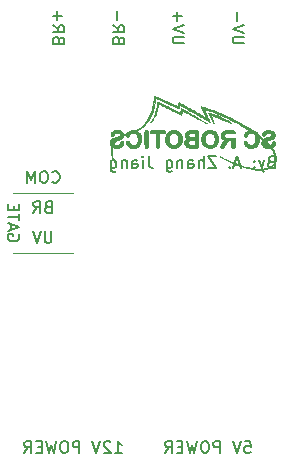
<source format=gbr>
%TF.GenerationSoftware,KiCad,Pcbnew,(5.1.10)-1*%
%TF.CreationDate,2022-01-11T17:46:35-08:00*%
%TF.ProjectId,lowering platform,6c6f7765-7269-46e6-9720-706c6174666f,rev?*%
%TF.SameCoordinates,Original*%
%TF.FileFunction,Legend,Bot*%
%TF.FilePolarity,Positive*%
%FSLAX46Y46*%
G04 Gerber Fmt 4.6, Leading zero omitted, Abs format (unit mm)*
G04 Created by KiCad (PCBNEW (5.1.10)-1) date 2022-01-11 17:46:35*
%MOMM*%
%LPD*%
G01*
G04 APERTURE LIST*
%ADD10C,0.150000*%
%ADD11C,0.120000*%
%ADD12C,0.010000*%
G04 APERTURE END LIST*
D10*
X162829047Y-88828571D02*
X162686190Y-88876190D01*
X162638571Y-88923809D01*
X162590952Y-89019047D01*
X162590952Y-89161904D01*
X162638571Y-89257142D01*
X162686190Y-89304761D01*
X162781428Y-89352380D01*
X163162380Y-89352380D01*
X163162380Y-88352380D01*
X162829047Y-88352380D01*
X162733809Y-88400000D01*
X162686190Y-88447619D01*
X162638571Y-88542857D01*
X162638571Y-88638095D01*
X162686190Y-88733333D01*
X162733809Y-88780952D01*
X162829047Y-88828571D01*
X163162380Y-88828571D01*
X162257619Y-88685714D02*
X162019523Y-89352380D01*
X161781428Y-88685714D02*
X162019523Y-89352380D01*
X162114761Y-89590476D01*
X162162380Y-89638095D01*
X162257619Y-89685714D01*
X161400476Y-89257142D02*
X161352857Y-89304761D01*
X161400476Y-89352380D01*
X161448095Y-89304761D01*
X161400476Y-89257142D01*
X161400476Y-89352380D01*
X161400476Y-88733333D02*
X161352857Y-88780952D01*
X161400476Y-88828571D01*
X161448095Y-88780952D01*
X161400476Y-88733333D01*
X161400476Y-88828571D01*
X160210000Y-89066666D02*
X159733809Y-89066666D01*
X160305238Y-89352380D02*
X159971904Y-88352380D01*
X159638571Y-89352380D01*
X159305238Y-89257142D02*
X159257619Y-89304761D01*
X159305238Y-89352380D01*
X159352857Y-89304761D01*
X159305238Y-89257142D01*
X159305238Y-89352380D01*
X158162380Y-88352380D02*
X157495714Y-88352380D01*
X158162380Y-89352380D01*
X157495714Y-89352380D01*
X157114761Y-89352380D02*
X157114761Y-88352380D01*
X156686190Y-89352380D02*
X156686190Y-88828571D01*
X156733809Y-88733333D01*
X156829047Y-88685714D01*
X156971904Y-88685714D01*
X157067142Y-88733333D01*
X157114761Y-88780952D01*
X155781428Y-89352380D02*
X155781428Y-88828571D01*
X155829047Y-88733333D01*
X155924285Y-88685714D01*
X156114761Y-88685714D01*
X156210000Y-88733333D01*
X155781428Y-89304761D02*
X155876666Y-89352380D01*
X156114761Y-89352380D01*
X156210000Y-89304761D01*
X156257619Y-89209523D01*
X156257619Y-89114285D01*
X156210000Y-89019047D01*
X156114761Y-88971428D01*
X155876666Y-88971428D01*
X155781428Y-88923809D01*
X155305238Y-88685714D02*
X155305238Y-89352380D01*
X155305238Y-88780952D02*
X155257619Y-88733333D01*
X155162380Y-88685714D01*
X155019523Y-88685714D01*
X154924285Y-88733333D01*
X154876666Y-88828571D01*
X154876666Y-89352380D01*
X153971904Y-88685714D02*
X153971904Y-89495238D01*
X154019523Y-89590476D01*
X154067142Y-89638095D01*
X154162380Y-89685714D01*
X154305238Y-89685714D01*
X154400476Y-89638095D01*
X153971904Y-89304761D02*
X154067142Y-89352380D01*
X154257619Y-89352380D01*
X154352857Y-89304761D01*
X154400476Y-89257142D01*
X154448095Y-89161904D01*
X154448095Y-88876190D01*
X154400476Y-88780952D01*
X154352857Y-88733333D01*
X154257619Y-88685714D01*
X154067142Y-88685714D01*
X153971904Y-88733333D01*
X152448095Y-88352380D02*
X152448095Y-89066666D01*
X152495714Y-89209523D01*
X152590952Y-89304761D01*
X152733809Y-89352380D01*
X152829047Y-89352380D01*
X151971904Y-89352380D02*
X151971904Y-88685714D01*
X151971904Y-88352380D02*
X152019523Y-88400000D01*
X151971904Y-88447619D01*
X151924285Y-88400000D01*
X151971904Y-88352380D01*
X151971904Y-88447619D01*
X151067142Y-89352380D02*
X151067142Y-88828571D01*
X151114761Y-88733333D01*
X151210000Y-88685714D01*
X151400476Y-88685714D01*
X151495714Y-88733333D01*
X151067142Y-89304761D02*
X151162380Y-89352380D01*
X151400476Y-89352380D01*
X151495714Y-89304761D01*
X151543333Y-89209523D01*
X151543333Y-89114285D01*
X151495714Y-89019047D01*
X151400476Y-88971428D01*
X151162380Y-88971428D01*
X151067142Y-88923809D01*
X150590952Y-88685714D02*
X150590952Y-89352380D01*
X150590952Y-88780952D02*
X150543333Y-88733333D01*
X150448095Y-88685714D01*
X150305238Y-88685714D01*
X150210000Y-88733333D01*
X150162380Y-88828571D01*
X150162380Y-89352380D01*
X149257619Y-88685714D02*
X149257619Y-89495238D01*
X149305238Y-89590476D01*
X149352857Y-89638095D01*
X149448095Y-89685714D01*
X149590952Y-89685714D01*
X149686190Y-89638095D01*
X149257619Y-89304761D02*
X149352857Y-89352380D01*
X149543333Y-89352380D01*
X149638571Y-89304761D01*
X149686190Y-89257142D01*
X149733809Y-89161904D01*
X149733809Y-88876190D01*
X149686190Y-88780952D01*
X149638571Y-88733333D01*
X149543333Y-88685714D01*
X149352857Y-88685714D01*
X149257619Y-88733333D01*
X160599047Y-112482380D02*
X161075238Y-112482380D01*
X161122857Y-112958571D01*
X161075238Y-112910952D01*
X160980000Y-112863333D01*
X160741904Y-112863333D01*
X160646666Y-112910952D01*
X160599047Y-112958571D01*
X160551428Y-113053809D01*
X160551428Y-113291904D01*
X160599047Y-113387142D01*
X160646666Y-113434761D01*
X160741904Y-113482380D01*
X160980000Y-113482380D01*
X161075238Y-113434761D01*
X161122857Y-113387142D01*
X160265714Y-112482380D02*
X159932380Y-113482380D01*
X159599047Y-112482380D01*
X158503809Y-113482380D02*
X158503809Y-112482380D01*
X158122857Y-112482380D01*
X158027619Y-112530000D01*
X157980000Y-112577619D01*
X157932380Y-112672857D01*
X157932380Y-112815714D01*
X157980000Y-112910952D01*
X158027619Y-112958571D01*
X158122857Y-113006190D01*
X158503809Y-113006190D01*
X157313333Y-112482380D02*
X157122857Y-112482380D01*
X157027619Y-112530000D01*
X156932380Y-112625238D01*
X156884761Y-112815714D01*
X156884761Y-113149047D01*
X156932380Y-113339523D01*
X157027619Y-113434761D01*
X157122857Y-113482380D01*
X157313333Y-113482380D01*
X157408571Y-113434761D01*
X157503809Y-113339523D01*
X157551428Y-113149047D01*
X157551428Y-112815714D01*
X157503809Y-112625238D01*
X157408571Y-112530000D01*
X157313333Y-112482380D01*
X156551428Y-112482380D02*
X156313333Y-113482380D01*
X156122857Y-112768095D01*
X155932380Y-113482380D01*
X155694285Y-112482380D01*
X155313333Y-112958571D02*
X154980000Y-112958571D01*
X154837142Y-113482380D02*
X155313333Y-113482380D01*
X155313333Y-112482380D01*
X154837142Y-112482380D01*
X153837142Y-113482380D02*
X154170476Y-113006190D01*
X154408571Y-113482380D02*
X154408571Y-112482380D01*
X154027619Y-112482380D01*
X153932380Y-112530000D01*
X153884761Y-112577619D01*
X153837142Y-112672857D01*
X153837142Y-112815714D01*
X153884761Y-112910952D01*
X153932380Y-112958571D01*
X154027619Y-113006190D01*
X154408571Y-113006190D01*
X149597619Y-113482380D02*
X150169047Y-113482380D01*
X149883333Y-113482380D02*
X149883333Y-112482380D01*
X149978571Y-112625238D01*
X150073809Y-112720476D01*
X150169047Y-112768095D01*
X149216666Y-112577619D02*
X149169047Y-112530000D01*
X149073809Y-112482380D01*
X148835714Y-112482380D01*
X148740476Y-112530000D01*
X148692857Y-112577619D01*
X148645238Y-112672857D01*
X148645238Y-112768095D01*
X148692857Y-112910952D01*
X149264285Y-113482380D01*
X148645238Y-113482380D01*
X148359523Y-112482380D02*
X148026190Y-113482380D01*
X147692857Y-112482380D01*
X146597619Y-113482380D02*
X146597619Y-112482380D01*
X146216666Y-112482380D01*
X146121428Y-112530000D01*
X146073809Y-112577619D01*
X146026190Y-112672857D01*
X146026190Y-112815714D01*
X146073809Y-112910952D01*
X146121428Y-112958571D01*
X146216666Y-113006190D01*
X146597619Y-113006190D01*
X145407142Y-112482380D02*
X145216666Y-112482380D01*
X145121428Y-112530000D01*
X145026190Y-112625238D01*
X144978571Y-112815714D01*
X144978571Y-113149047D01*
X145026190Y-113339523D01*
X145121428Y-113434761D01*
X145216666Y-113482380D01*
X145407142Y-113482380D01*
X145502380Y-113434761D01*
X145597619Y-113339523D01*
X145645238Y-113149047D01*
X145645238Y-112815714D01*
X145597619Y-112625238D01*
X145502380Y-112530000D01*
X145407142Y-112482380D01*
X144645238Y-112482380D02*
X144407142Y-113482380D01*
X144216666Y-112768095D01*
X144026190Y-113482380D01*
X143788095Y-112482380D01*
X143407142Y-112958571D02*
X143073809Y-112958571D01*
X142930952Y-113482380D02*
X143407142Y-113482380D01*
X143407142Y-112482380D01*
X142930952Y-112482380D01*
X141930952Y-113482380D02*
X142264285Y-113006190D01*
X142502380Y-113482380D02*
X142502380Y-112482380D01*
X142121428Y-112482380D01*
X142026190Y-112530000D01*
X141978571Y-112577619D01*
X141930952Y-112672857D01*
X141930952Y-112815714D01*
X141978571Y-112910952D01*
X142026190Y-112958571D01*
X142121428Y-113006190D01*
X142502380Y-113006190D01*
D11*
X140970000Y-96520000D02*
X146050000Y-96520000D01*
X146050000Y-91440000D02*
X140970000Y-91440000D01*
D10*
X144295714Y-90527142D02*
X144343333Y-90574761D01*
X144486190Y-90622380D01*
X144581428Y-90622380D01*
X144724285Y-90574761D01*
X144819523Y-90479523D01*
X144867142Y-90384285D01*
X144914761Y-90193809D01*
X144914761Y-90050952D01*
X144867142Y-89860476D01*
X144819523Y-89765238D01*
X144724285Y-89670000D01*
X144581428Y-89622380D01*
X144486190Y-89622380D01*
X144343333Y-89670000D01*
X144295714Y-89717619D01*
X143676666Y-89622380D02*
X143486190Y-89622380D01*
X143390952Y-89670000D01*
X143295714Y-89765238D01*
X143248095Y-89955714D01*
X143248095Y-90289047D01*
X143295714Y-90479523D01*
X143390952Y-90574761D01*
X143486190Y-90622380D01*
X143676666Y-90622380D01*
X143771904Y-90574761D01*
X143867142Y-90479523D01*
X143914761Y-90289047D01*
X143914761Y-89955714D01*
X143867142Y-89765238D01*
X143771904Y-89670000D01*
X143676666Y-89622380D01*
X142819523Y-90622380D02*
X142819523Y-89622380D01*
X142486190Y-90336666D01*
X142152857Y-89622380D01*
X142152857Y-90622380D01*
X144224285Y-94702380D02*
X144224285Y-95511904D01*
X144176666Y-95607142D01*
X144129047Y-95654761D01*
X144033809Y-95702380D01*
X143843333Y-95702380D01*
X143748095Y-95654761D01*
X143700476Y-95607142D01*
X143652857Y-95511904D01*
X143652857Y-94702380D01*
X143319523Y-94702380D02*
X142986190Y-95702380D01*
X142652857Y-94702380D01*
X143938571Y-92638571D02*
X143795714Y-92686190D01*
X143748095Y-92733809D01*
X143700476Y-92829047D01*
X143700476Y-92971904D01*
X143748095Y-93067142D01*
X143795714Y-93114761D01*
X143890952Y-93162380D01*
X144271904Y-93162380D01*
X144271904Y-92162380D01*
X143938571Y-92162380D01*
X143843333Y-92210000D01*
X143795714Y-92257619D01*
X143748095Y-92352857D01*
X143748095Y-92448095D01*
X143795714Y-92543333D01*
X143843333Y-92590952D01*
X143938571Y-92638571D01*
X144271904Y-92638571D01*
X142700476Y-93162380D02*
X143033809Y-92686190D01*
X143271904Y-93162380D02*
X143271904Y-92162380D01*
X142890952Y-92162380D01*
X142795714Y-92210000D01*
X142748095Y-92257619D01*
X142700476Y-92352857D01*
X142700476Y-92495714D01*
X142748095Y-92590952D01*
X142795714Y-92638571D01*
X142890952Y-92686190D01*
X143271904Y-92686190D01*
X141470000Y-94980000D02*
X141517619Y-95075238D01*
X141517619Y-95218095D01*
X141470000Y-95360952D01*
X141374761Y-95456190D01*
X141279523Y-95503809D01*
X141089047Y-95551428D01*
X140946190Y-95551428D01*
X140755714Y-95503809D01*
X140660476Y-95456190D01*
X140565238Y-95360952D01*
X140517619Y-95218095D01*
X140517619Y-95122857D01*
X140565238Y-94980000D01*
X140612857Y-94932380D01*
X140946190Y-94932380D01*
X140946190Y-95122857D01*
X140803333Y-94551428D02*
X140803333Y-94075238D01*
X140517619Y-94646666D02*
X141517619Y-94313333D01*
X140517619Y-93980000D01*
X141517619Y-93789523D02*
X141517619Y-93218095D01*
X140517619Y-93503809D02*
X141517619Y-93503809D01*
X141041428Y-92884761D02*
X141041428Y-92551428D01*
X140517619Y-92408571D02*
X140517619Y-92884761D01*
X141517619Y-92884761D01*
X141517619Y-92408571D01*
X149931428Y-78517619D02*
X149883809Y-78374761D01*
X149836190Y-78327142D01*
X149740952Y-78279523D01*
X149598095Y-78279523D01*
X149502857Y-78327142D01*
X149455238Y-78374761D01*
X149407619Y-78470000D01*
X149407619Y-78850952D01*
X150407619Y-78850952D01*
X150407619Y-78517619D01*
X150360000Y-78422380D01*
X150312380Y-78374761D01*
X150217142Y-78327142D01*
X150121904Y-78327142D01*
X150026666Y-78374761D01*
X149979047Y-78422380D01*
X149931428Y-78517619D01*
X149931428Y-78850952D01*
X149407619Y-77279523D02*
X149883809Y-77612857D01*
X149407619Y-77850952D02*
X150407619Y-77850952D01*
X150407619Y-77470000D01*
X150360000Y-77374761D01*
X150312380Y-77327142D01*
X150217142Y-77279523D01*
X150074285Y-77279523D01*
X149979047Y-77327142D01*
X149931428Y-77374761D01*
X149883809Y-77470000D01*
X149883809Y-77850952D01*
X149788571Y-76850952D02*
X149788571Y-76089047D01*
X160567619Y-78803333D02*
X159758095Y-78803333D01*
X159662857Y-78755714D01*
X159615238Y-78708095D01*
X159567619Y-78612857D01*
X159567619Y-78422380D01*
X159615238Y-78327142D01*
X159662857Y-78279523D01*
X159758095Y-78231904D01*
X160567619Y-78231904D01*
X160567619Y-77898571D02*
X159567619Y-77565238D01*
X160567619Y-77231904D01*
X159948571Y-76898571D02*
X159948571Y-76136666D01*
X144851428Y-78517619D02*
X144803809Y-78374761D01*
X144756190Y-78327142D01*
X144660952Y-78279523D01*
X144518095Y-78279523D01*
X144422857Y-78327142D01*
X144375238Y-78374761D01*
X144327619Y-78470000D01*
X144327619Y-78850952D01*
X145327619Y-78850952D01*
X145327619Y-78517619D01*
X145280000Y-78422380D01*
X145232380Y-78374761D01*
X145137142Y-78327142D01*
X145041904Y-78327142D01*
X144946666Y-78374761D01*
X144899047Y-78422380D01*
X144851428Y-78517619D01*
X144851428Y-78850952D01*
X144327619Y-77279523D02*
X144803809Y-77612857D01*
X144327619Y-77850952D02*
X145327619Y-77850952D01*
X145327619Y-77470000D01*
X145280000Y-77374761D01*
X145232380Y-77327142D01*
X145137142Y-77279523D01*
X144994285Y-77279523D01*
X144899047Y-77327142D01*
X144851428Y-77374761D01*
X144803809Y-77470000D01*
X144803809Y-77850952D01*
X144708571Y-76850952D02*
X144708571Y-76089047D01*
X144327619Y-76470000D02*
X145089523Y-76470000D01*
X155487619Y-78803333D02*
X154678095Y-78803333D01*
X154582857Y-78755714D01*
X154535238Y-78708095D01*
X154487619Y-78612857D01*
X154487619Y-78422380D01*
X154535238Y-78327142D01*
X154582857Y-78279523D01*
X154678095Y-78231904D01*
X155487619Y-78231904D01*
X155487619Y-77898571D02*
X154487619Y-77565238D01*
X155487619Y-77231904D01*
X154868571Y-76898571D02*
X154868571Y-76136666D01*
X154487619Y-76517619D02*
X155249523Y-76517619D01*
D12*
%TO.C,G\u002A\u002A\u002A*%
G36*
X157518041Y-84674804D02*
G01*
X157520415Y-84686079D01*
X157527128Y-84705106D01*
X157538485Y-84732555D01*
X157554791Y-84769096D01*
X157576349Y-84815401D01*
X157603463Y-84872140D01*
X157636439Y-84939985D01*
X157675580Y-85019605D01*
X157705029Y-85079114D01*
X157740771Y-85150702D01*
X157775604Y-85219547D01*
X157808929Y-85284528D01*
X157840145Y-85344524D01*
X157868652Y-85398412D01*
X157893850Y-85445073D01*
X157915139Y-85483383D01*
X157931920Y-85512221D01*
X157943591Y-85530467D01*
X157949553Y-85536998D01*
X157949949Y-85536869D01*
X157949476Y-85528477D01*
X157944802Y-85507973D01*
X157936441Y-85476975D01*
X157924904Y-85437099D01*
X157910705Y-85389962D01*
X157894356Y-85337180D01*
X157876370Y-85280370D01*
X157857259Y-85221148D01*
X157837537Y-85161132D01*
X157817716Y-85101937D01*
X157798308Y-85045181D01*
X157779827Y-84992479D01*
X157762786Y-84945449D01*
X157760013Y-84937986D01*
X157749518Y-84909037D01*
X157741606Y-84885633D01*
X157737255Y-84870758D01*
X157736829Y-84867037D01*
X157744338Y-84868526D01*
X157763620Y-84874636D01*
X157792924Y-84884722D01*
X157830500Y-84898137D01*
X157874598Y-84914231D01*
X157923465Y-84932359D01*
X157975353Y-84951873D01*
X158028509Y-84972125D01*
X158081184Y-84992469D01*
X158131626Y-85012257D01*
X158158542Y-85022972D01*
X158192936Y-85036864D01*
X158238907Y-85055609D01*
X158294641Y-85078460D01*
X158358326Y-85104667D01*
X158428149Y-85133485D01*
X158502296Y-85164164D01*
X158578955Y-85195957D01*
X158656312Y-85228116D01*
X158698714Y-85245778D01*
X158831086Y-85300858D01*
X158950569Y-85350371D01*
X159057119Y-85394296D01*
X159150690Y-85432617D01*
X159231235Y-85465314D01*
X159298709Y-85492368D01*
X159353065Y-85513763D01*
X159394258Y-85529478D01*
X159422242Y-85539496D01*
X159436972Y-85543798D01*
X159439428Y-85543613D01*
X159433512Y-85537404D01*
X159416792Y-85524612D01*
X159390810Y-85506286D01*
X159357106Y-85483474D01*
X159317224Y-85457226D01*
X159272704Y-85428590D01*
X159239857Y-85407843D01*
X159050287Y-85293385D01*
X158856233Y-85184681D01*
X158659890Y-85082789D01*
X158463454Y-84988767D01*
X158269118Y-84903675D01*
X158079079Y-84828570D01*
X157928096Y-84775214D01*
X157895657Y-84764945D01*
X157855777Y-84753167D01*
X157810622Y-84740434D01*
X157762356Y-84727302D01*
X157713145Y-84714323D01*
X157665155Y-84702054D01*
X157620550Y-84691049D01*
X157581497Y-84681863D01*
X157550160Y-84675049D01*
X157528704Y-84671164D01*
X157519703Y-84670610D01*
X157518041Y-84674804D01*
G37*
X157518041Y-84674804D02*
X157520415Y-84686079D01*
X157527128Y-84705106D01*
X157538485Y-84732555D01*
X157554791Y-84769096D01*
X157576349Y-84815401D01*
X157603463Y-84872140D01*
X157636439Y-84939985D01*
X157675580Y-85019605D01*
X157705029Y-85079114D01*
X157740771Y-85150702D01*
X157775604Y-85219547D01*
X157808929Y-85284528D01*
X157840145Y-85344524D01*
X157868652Y-85398412D01*
X157893850Y-85445073D01*
X157915139Y-85483383D01*
X157931920Y-85512221D01*
X157943591Y-85530467D01*
X157949553Y-85536998D01*
X157949949Y-85536869D01*
X157949476Y-85528477D01*
X157944802Y-85507973D01*
X157936441Y-85476975D01*
X157924904Y-85437099D01*
X157910705Y-85389962D01*
X157894356Y-85337180D01*
X157876370Y-85280370D01*
X157857259Y-85221148D01*
X157837537Y-85161132D01*
X157817716Y-85101937D01*
X157798308Y-85045181D01*
X157779827Y-84992479D01*
X157762786Y-84945449D01*
X157760013Y-84937986D01*
X157749518Y-84909037D01*
X157741606Y-84885633D01*
X157737255Y-84870758D01*
X157736829Y-84867037D01*
X157744338Y-84868526D01*
X157763620Y-84874636D01*
X157792924Y-84884722D01*
X157830500Y-84898137D01*
X157874598Y-84914231D01*
X157923465Y-84932359D01*
X157975353Y-84951873D01*
X158028509Y-84972125D01*
X158081184Y-84992469D01*
X158131626Y-85012257D01*
X158158542Y-85022972D01*
X158192936Y-85036864D01*
X158238907Y-85055609D01*
X158294641Y-85078460D01*
X158358326Y-85104667D01*
X158428149Y-85133485D01*
X158502296Y-85164164D01*
X158578955Y-85195957D01*
X158656312Y-85228116D01*
X158698714Y-85245778D01*
X158831086Y-85300858D01*
X158950569Y-85350371D01*
X159057119Y-85394296D01*
X159150690Y-85432617D01*
X159231235Y-85465314D01*
X159298709Y-85492368D01*
X159353065Y-85513763D01*
X159394258Y-85529478D01*
X159422242Y-85539496D01*
X159436972Y-85543798D01*
X159439428Y-85543613D01*
X159433512Y-85537404D01*
X159416792Y-85524612D01*
X159390810Y-85506286D01*
X159357106Y-85483474D01*
X159317224Y-85457226D01*
X159272704Y-85428590D01*
X159239857Y-85407843D01*
X159050287Y-85293385D01*
X158856233Y-85184681D01*
X158659890Y-85082789D01*
X158463454Y-84988767D01*
X158269118Y-84903675D01*
X158079079Y-84828570D01*
X157928096Y-84775214D01*
X157895657Y-84764945D01*
X157855777Y-84753167D01*
X157810622Y-84740434D01*
X157762356Y-84727302D01*
X157713145Y-84714323D01*
X157665155Y-84702054D01*
X157620550Y-84691049D01*
X157581497Y-84681863D01*
X157550160Y-84675049D01*
X157528704Y-84671164D01*
X157519703Y-84670610D01*
X157518041Y-84674804D01*
G36*
X153206113Y-83757518D02*
G01*
X153202191Y-83777357D01*
X153197319Y-83805926D01*
X153192004Y-83840399D01*
X153191119Y-83846464D01*
X153160233Y-84037941D01*
X153123502Y-84227220D01*
X153081577Y-84411495D01*
X153035110Y-84587960D01*
X152984753Y-84753808D01*
X152970429Y-84796829D01*
X152922971Y-84927908D01*
X152874266Y-85045176D01*
X152823950Y-85149308D01*
X152771662Y-85240981D01*
X152717038Y-85320871D01*
X152659717Y-85389652D01*
X152643268Y-85406877D01*
X152621286Y-85429897D01*
X152607188Y-85446155D01*
X152601841Y-85454555D01*
X152606024Y-85454048D01*
X152625901Y-85439732D01*
X152652342Y-85416526D01*
X152682925Y-85386938D01*
X152715224Y-85353473D01*
X152746815Y-85318637D01*
X152775273Y-85284937D01*
X152796730Y-85256914D01*
X152863512Y-85155021D01*
X152927186Y-85040551D01*
X152987895Y-84913175D01*
X153045784Y-84772561D01*
X153100995Y-84618379D01*
X153153671Y-84450297D01*
X153168022Y-84400571D01*
X153183811Y-84342713D01*
X153200893Y-84276384D01*
X153218334Y-84205516D01*
X153235201Y-84134041D01*
X153250559Y-84065891D01*
X153263475Y-84004998D01*
X153270568Y-83968771D01*
X153275508Y-83942612D01*
X153279831Y-83920293D01*
X153281985Y-83909623D01*
X153283648Y-83905749D01*
X153287514Y-83903933D01*
X153294887Y-83904736D01*
X153307073Y-83908713D01*
X153325377Y-83916424D01*
X153351104Y-83928426D01*
X153385560Y-83945277D01*
X153430049Y-83967535D01*
X153485878Y-83995759D01*
X153498669Y-84002244D01*
X153549988Y-84028135D01*
X153613032Y-84059713D01*
X153686472Y-84096323D01*
X153768979Y-84137309D01*
X153859223Y-84182018D01*
X153955873Y-84229795D01*
X154057601Y-84279984D01*
X154163076Y-84331932D01*
X154270968Y-84384983D01*
X154379948Y-84438483D01*
X154488687Y-84491777D01*
X154595853Y-84544210D01*
X154700118Y-84595128D01*
X154800151Y-84643875D01*
X154894623Y-84689798D01*
X154927696Y-84705842D01*
X154999422Y-84740388D01*
X155061788Y-84769954D01*
X155114195Y-84794269D01*
X155156043Y-84813065D01*
X155186730Y-84826070D01*
X155205658Y-84833015D01*
X155212202Y-84833745D01*
X155214565Y-84824474D01*
X155219629Y-84803131D01*
X155226909Y-84771806D01*
X155235922Y-84732588D01*
X155246184Y-84687566D01*
X155252839Y-84658200D01*
X155263674Y-84610888D01*
X155273681Y-84568331D01*
X155282360Y-84532567D01*
X155289211Y-84505634D01*
X155293731Y-84489572D01*
X155295144Y-84485966D01*
X155302432Y-84487930D01*
X155320799Y-84496088D01*
X155348616Y-84509621D01*
X155384253Y-84527715D01*
X155426079Y-84549553D01*
X155472465Y-84574318D01*
X155484525Y-84580838D01*
X155574057Y-84629251D01*
X155668134Y-84679892D01*
X155766005Y-84732367D01*
X155866920Y-84786286D01*
X155970127Y-84841255D01*
X156074875Y-84896885D01*
X156180413Y-84952781D01*
X156285991Y-85008553D01*
X156390857Y-85063808D01*
X156494261Y-85118154D01*
X156595451Y-85171200D01*
X156693677Y-85222553D01*
X156788188Y-85271821D01*
X156878232Y-85318613D01*
X156963059Y-85362536D01*
X157041918Y-85403199D01*
X157114057Y-85440209D01*
X157178726Y-85473174D01*
X157235175Y-85501703D01*
X157282651Y-85525403D01*
X157320404Y-85543883D01*
X157347683Y-85556750D01*
X157363738Y-85563613D01*
X157367816Y-85564079D01*
X157367514Y-85563736D01*
X157357610Y-85556367D01*
X157335936Y-85542221D01*
X157303296Y-85521771D01*
X157260495Y-85495486D01*
X157208339Y-85463837D01*
X157147632Y-85427297D01*
X157079179Y-85386335D01*
X157003785Y-85341422D01*
X156922255Y-85293030D01*
X156835394Y-85241630D01*
X156744006Y-85187692D01*
X156648898Y-85131688D01*
X156550873Y-85074088D01*
X156450736Y-85015364D01*
X156349293Y-84955987D01*
X156247348Y-84896426D01*
X156145706Y-84837155D01*
X156045173Y-84778642D01*
X155946553Y-84721361D01*
X155850651Y-84665780D01*
X155758272Y-84612372D01*
X155670220Y-84561608D01*
X155587302Y-84513958D01*
X155510321Y-84469893D01*
X155440083Y-84429885D01*
X155377392Y-84394404D01*
X155323054Y-84363921D01*
X155277873Y-84338908D01*
X155242655Y-84319835D01*
X155232697Y-84314580D01*
X155227659Y-84312405D01*
X155223316Y-84312762D01*
X155219112Y-84317232D01*
X155214492Y-84327400D01*
X155208897Y-84344847D01*
X155201772Y-84371157D01*
X155192560Y-84407913D01*
X155180705Y-84456697D01*
X155176282Y-84475021D01*
X155164615Y-84523008D01*
X155153808Y-84566733D01*
X155144403Y-84604067D01*
X155136938Y-84632885D01*
X155131954Y-84651056D01*
X155130328Y-84656090D01*
X155127674Y-84658232D01*
X155121656Y-84658165D01*
X155111242Y-84655431D01*
X155095404Y-84649573D01*
X155073111Y-84640133D01*
X155043335Y-84626651D01*
X155005044Y-84608671D01*
X154957209Y-84585734D01*
X154898801Y-84557381D01*
X154828790Y-84523155D01*
X154802114Y-84510076D01*
X154693806Y-84457030D01*
X154583872Y-84403349D01*
X154473086Y-84349401D01*
X154362221Y-84295556D01*
X154252051Y-84242183D01*
X154143347Y-84189652D01*
X154036884Y-84138330D01*
X153933435Y-84088589D01*
X153833773Y-84040795D01*
X153738670Y-83995320D01*
X153648901Y-83952532D01*
X153565239Y-83912799D01*
X153488456Y-83876493D01*
X153419326Y-83843980D01*
X153358622Y-83815631D01*
X153307117Y-83791816D01*
X153265585Y-83772902D01*
X153234798Y-83759259D01*
X153215530Y-83751256D01*
X153208576Y-83749233D01*
X153206113Y-83757518D01*
G37*
X153206113Y-83757518D02*
X153202191Y-83777357D01*
X153197319Y-83805926D01*
X153192004Y-83840399D01*
X153191119Y-83846464D01*
X153160233Y-84037941D01*
X153123502Y-84227220D01*
X153081577Y-84411495D01*
X153035110Y-84587960D01*
X152984753Y-84753808D01*
X152970429Y-84796829D01*
X152922971Y-84927908D01*
X152874266Y-85045176D01*
X152823950Y-85149308D01*
X152771662Y-85240981D01*
X152717038Y-85320871D01*
X152659717Y-85389652D01*
X152643268Y-85406877D01*
X152621286Y-85429897D01*
X152607188Y-85446155D01*
X152601841Y-85454555D01*
X152606024Y-85454048D01*
X152625901Y-85439732D01*
X152652342Y-85416526D01*
X152682925Y-85386938D01*
X152715224Y-85353473D01*
X152746815Y-85318637D01*
X152775273Y-85284937D01*
X152796730Y-85256914D01*
X152863512Y-85155021D01*
X152927186Y-85040551D01*
X152987895Y-84913175D01*
X153045784Y-84772561D01*
X153100995Y-84618379D01*
X153153671Y-84450297D01*
X153168022Y-84400571D01*
X153183811Y-84342713D01*
X153200893Y-84276384D01*
X153218334Y-84205516D01*
X153235201Y-84134041D01*
X153250559Y-84065891D01*
X153263475Y-84004998D01*
X153270568Y-83968771D01*
X153275508Y-83942612D01*
X153279831Y-83920293D01*
X153281985Y-83909623D01*
X153283648Y-83905749D01*
X153287514Y-83903933D01*
X153294887Y-83904736D01*
X153307073Y-83908713D01*
X153325377Y-83916424D01*
X153351104Y-83928426D01*
X153385560Y-83945277D01*
X153430049Y-83967535D01*
X153485878Y-83995759D01*
X153498669Y-84002244D01*
X153549988Y-84028135D01*
X153613032Y-84059713D01*
X153686472Y-84096323D01*
X153768979Y-84137309D01*
X153859223Y-84182018D01*
X153955873Y-84229795D01*
X154057601Y-84279984D01*
X154163076Y-84331932D01*
X154270968Y-84384983D01*
X154379948Y-84438483D01*
X154488687Y-84491777D01*
X154595853Y-84544210D01*
X154700118Y-84595128D01*
X154800151Y-84643875D01*
X154894623Y-84689798D01*
X154927696Y-84705842D01*
X154999422Y-84740388D01*
X155061788Y-84769954D01*
X155114195Y-84794269D01*
X155156043Y-84813065D01*
X155186730Y-84826070D01*
X155205658Y-84833015D01*
X155212202Y-84833745D01*
X155214565Y-84824474D01*
X155219629Y-84803131D01*
X155226909Y-84771806D01*
X155235922Y-84732588D01*
X155246184Y-84687566D01*
X155252839Y-84658200D01*
X155263674Y-84610888D01*
X155273681Y-84568331D01*
X155282360Y-84532567D01*
X155289211Y-84505634D01*
X155293731Y-84489572D01*
X155295144Y-84485966D01*
X155302432Y-84487930D01*
X155320799Y-84496088D01*
X155348616Y-84509621D01*
X155384253Y-84527715D01*
X155426079Y-84549553D01*
X155472465Y-84574318D01*
X155484525Y-84580838D01*
X155574057Y-84629251D01*
X155668134Y-84679892D01*
X155766005Y-84732367D01*
X155866920Y-84786286D01*
X155970127Y-84841255D01*
X156074875Y-84896885D01*
X156180413Y-84952781D01*
X156285991Y-85008553D01*
X156390857Y-85063808D01*
X156494261Y-85118154D01*
X156595451Y-85171200D01*
X156693677Y-85222553D01*
X156788188Y-85271821D01*
X156878232Y-85318613D01*
X156963059Y-85362536D01*
X157041918Y-85403199D01*
X157114057Y-85440209D01*
X157178726Y-85473174D01*
X157235175Y-85501703D01*
X157282651Y-85525403D01*
X157320404Y-85543883D01*
X157347683Y-85556750D01*
X157363738Y-85563613D01*
X157367816Y-85564079D01*
X157367514Y-85563736D01*
X157357610Y-85556367D01*
X157335936Y-85542221D01*
X157303296Y-85521771D01*
X157260495Y-85495486D01*
X157208339Y-85463837D01*
X157147632Y-85427297D01*
X157079179Y-85386335D01*
X157003785Y-85341422D01*
X156922255Y-85293030D01*
X156835394Y-85241630D01*
X156744006Y-85187692D01*
X156648898Y-85131688D01*
X156550873Y-85074088D01*
X156450736Y-85015364D01*
X156349293Y-84955987D01*
X156247348Y-84896426D01*
X156145706Y-84837155D01*
X156045173Y-84778642D01*
X155946553Y-84721361D01*
X155850651Y-84665780D01*
X155758272Y-84612372D01*
X155670220Y-84561608D01*
X155587302Y-84513958D01*
X155510321Y-84469893D01*
X155440083Y-84429885D01*
X155377392Y-84394404D01*
X155323054Y-84363921D01*
X155277873Y-84338908D01*
X155242655Y-84319835D01*
X155232697Y-84314580D01*
X155227659Y-84312405D01*
X155223316Y-84312762D01*
X155219112Y-84317232D01*
X155214492Y-84327400D01*
X155208897Y-84344847D01*
X155201772Y-84371157D01*
X155192560Y-84407913D01*
X155180705Y-84456697D01*
X155176282Y-84475021D01*
X155164615Y-84523008D01*
X155153808Y-84566733D01*
X155144403Y-84604067D01*
X155136938Y-84632885D01*
X155131954Y-84651056D01*
X155130328Y-84656090D01*
X155127674Y-84658232D01*
X155121656Y-84658165D01*
X155111242Y-84655431D01*
X155095404Y-84649573D01*
X155073111Y-84640133D01*
X155043335Y-84626651D01*
X155005044Y-84608671D01*
X154957209Y-84585734D01*
X154898801Y-84557381D01*
X154828790Y-84523155D01*
X154802114Y-84510076D01*
X154693806Y-84457030D01*
X154583872Y-84403349D01*
X154473086Y-84349401D01*
X154362221Y-84295556D01*
X154252051Y-84242183D01*
X154143347Y-84189652D01*
X154036884Y-84138330D01*
X153933435Y-84088589D01*
X153833773Y-84040795D01*
X153738670Y-83995320D01*
X153648901Y-83952532D01*
X153565239Y-83912799D01*
X153488456Y-83876493D01*
X153419326Y-83843980D01*
X153358622Y-83815631D01*
X153307117Y-83791816D01*
X153265585Y-83772902D01*
X153234798Y-83759259D01*
X153215530Y-83751256D01*
X153208576Y-83749233D01*
X153206113Y-83757518D01*
G36*
X156284773Y-86164440D02*
G01*
X156218442Y-86164913D01*
X156151276Y-86165793D01*
X156085226Y-86167057D01*
X156022242Y-86168679D01*
X155964277Y-86170634D01*
X155913283Y-86172897D01*
X155871209Y-86175445D01*
X155840009Y-86178251D01*
X155823289Y-86180870D01*
X155752212Y-86204246D01*
X155688821Y-86238720D01*
X155634433Y-86283296D01*
X155590361Y-86336980D01*
X155569520Y-86372940D01*
X155543652Y-86439520D01*
X155531451Y-86506866D01*
X155532463Y-86573381D01*
X155546237Y-86637469D01*
X155572321Y-86697534D01*
X155610264Y-86751979D01*
X155659613Y-86799207D01*
X155697526Y-86825240D01*
X155736901Y-86848791D01*
X155670545Y-86881229D01*
X155604584Y-86920055D01*
X155551324Y-86965896D01*
X155510688Y-87018884D01*
X155482602Y-87079148D01*
X155466990Y-87146819D01*
X155463776Y-87222026D01*
X155464535Y-87236797D01*
X155476158Y-87312611D01*
X155500350Y-87382167D01*
X155536462Y-87444434D01*
X155583844Y-87498379D01*
X155641847Y-87542969D01*
X155665969Y-87556943D01*
X155721361Y-87580674D01*
X155788497Y-87599367D01*
X155865325Y-87612486D01*
X155889640Y-87615223D01*
X155913259Y-87616849D01*
X155948113Y-87618250D01*
X155992314Y-87619423D01*
X156043973Y-87620368D01*
X156101204Y-87621083D01*
X156162118Y-87621565D01*
X156224828Y-87621813D01*
X156287446Y-87621826D01*
X156348085Y-87621602D01*
X156404857Y-87621139D01*
X156455874Y-87620436D01*
X156499248Y-87619490D01*
X156533092Y-87618301D01*
X156555518Y-87616866D01*
X156563000Y-87615820D01*
X156603709Y-87599178D01*
X156636281Y-87571441D01*
X156653985Y-87544455D01*
X156670828Y-87510257D01*
X156671206Y-87398936D01*
X156376914Y-87398936D01*
X156168271Y-87396115D01*
X156106643Y-87395204D01*
X156057573Y-87394232D01*
X156019105Y-87393057D01*
X155989283Y-87391538D01*
X155966152Y-87389532D01*
X155947754Y-87386898D01*
X155932136Y-87383494D01*
X155917339Y-87379178D01*
X155912457Y-87377581D01*
X155860480Y-87355984D01*
X155821364Y-87329378D01*
X155793889Y-87296270D01*
X155776835Y-87255165D01*
X155768979Y-87204569D01*
X155768806Y-87201757D01*
X155770039Y-87146015D01*
X155781322Y-87099737D01*
X155803468Y-87061827D01*
X155837287Y-87031187D01*
X155883590Y-87006721D01*
X155923342Y-86992835D01*
X155939385Y-86989284D01*
X155962349Y-86986345D01*
X155993691Y-86983935D01*
X156034866Y-86981971D01*
X156087331Y-86980369D01*
X156152542Y-86979045D01*
X156168271Y-86978790D01*
X156376914Y-86975534D01*
X156376914Y-87398936D01*
X156671206Y-87398936D01*
X156672848Y-86915495D01*
X156673182Y-86796138D01*
X156673229Y-86760167D01*
X156376914Y-86760167D01*
X156175528Y-86757444D01*
X156113786Y-86756489D01*
X156064723Y-86755400D01*
X156026501Y-86754057D01*
X155997284Y-86752338D01*
X155975237Y-86750123D01*
X155958522Y-86747290D01*
X155945305Y-86743719D01*
X155940304Y-86741951D01*
X155899915Y-86719619D01*
X155865139Y-86686765D01*
X155842926Y-86652941D01*
X155834976Y-86631764D01*
X155830563Y-86605427D01*
X155829024Y-86569653D01*
X155829000Y-86563200D01*
X155831546Y-86518789D01*
X155840073Y-86485275D01*
X155855911Y-86459809D01*
X155880392Y-86439537D01*
X155889171Y-86434295D01*
X155911449Y-86423073D01*
X155935416Y-86414042D01*
X155963004Y-86406929D01*
X155996147Y-86401459D01*
X156036780Y-86397357D01*
X156086836Y-86394348D01*
X156148248Y-86392159D01*
X156193671Y-86391076D01*
X156376914Y-86387287D01*
X156376914Y-86760167D01*
X156673229Y-86760167D01*
X156673321Y-86690728D01*
X156673260Y-86598699D01*
X156672993Y-86519486D01*
X156672514Y-86452523D01*
X156671818Y-86397244D01*
X156670899Y-86353083D01*
X156669751Y-86319475D01*
X156668369Y-86295853D01*
X156666748Y-86281652D01*
X156666524Y-86280495D01*
X156650979Y-86238277D01*
X156624289Y-86204911D01*
X156587597Y-86181523D01*
X156555932Y-86171556D01*
X156535594Y-86169061D01*
X156502712Y-86167123D01*
X156459238Y-86165716D01*
X156407122Y-86164817D01*
X156348317Y-86164400D01*
X156284773Y-86164440D01*
G37*
X156284773Y-86164440D02*
X156218442Y-86164913D01*
X156151276Y-86165793D01*
X156085226Y-86167057D01*
X156022242Y-86168679D01*
X155964277Y-86170634D01*
X155913283Y-86172897D01*
X155871209Y-86175445D01*
X155840009Y-86178251D01*
X155823289Y-86180870D01*
X155752212Y-86204246D01*
X155688821Y-86238720D01*
X155634433Y-86283296D01*
X155590361Y-86336980D01*
X155569520Y-86372940D01*
X155543652Y-86439520D01*
X155531451Y-86506866D01*
X155532463Y-86573381D01*
X155546237Y-86637469D01*
X155572321Y-86697534D01*
X155610264Y-86751979D01*
X155659613Y-86799207D01*
X155697526Y-86825240D01*
X155736901Y-86848791D01*
X155670545Y-86881229D01*
X155604584Y-86920055D01*
X155551324Y-86965896D01*
X155510688Y-87018884D01*
X155482602Y-87079148D01*
X155466990Y-87146819D01*
X155463776Y-87222026D01*
X155464535Y-87236797D01*
X155476158Y-87312611D01*
X155500350Y-87382167D01*
X155536462Y-87444434D01*
X155583844Y-87498379D01*
X155641847Y-87542969D01*
X155665969Y-87556943D01*
X155721361Y-87580674D01*
X155788497Y-87599367D01*
X155865325Y-87612486D01*
X155889640Y-87615223D01*
X155913259Y-87616849D01*
X155948113Y-87618250D01*
X155992314Y-87619423D01*
X156043973Y-87620368D01*
X156101204Y-87621083D01*
X156162118Y-87621565D01*
X156224828Y-87621813D01*
X156287446Y-87621826D01*
X156348085Y-87621602D01*
X156404857Y-87621139D01*
X156455874Y-87620436D01*
X156499248Y-87619490D01*
X156533092Y-87618301D01*
X156555518Y-87616866D01*
X156563000Y-87615820D01*
X156603709Y-87599178D01*
X156636281Y-87571441D01*
X156653985Y-87544455D01*
X156670828Y-87510257D01*
X156671206Y-87398936D01*
X156376914Y-87398936D01*
X156168271Y-87396115D01*
X156106643Y-87395204D01*
X156057573Y-87394232D01*
X156019105Y-87393057D01*
X155989283Y-87391538D01*
X155966152Y-87389532D01*
X155947754Y-87386898D01*
X155932136Y-87383494D01*
X155917339Y-87379178D01*
X155912457Y-87377581D01*
X155860480Y-87355984D01*
X155821364Y-87329378D01*
X155793889Y-87296270D01*
X155776835Y-87255165D01*
X155768979Y-87204569D01*
X155768806Y-87201757D01*
X155770039Y-87146015D01*
X155781322Y-87099737D01*
X155803468Y-87061827D01*
X155837287Y-87031187D01*
X155883590Y-87006721D01*
X155923342Y-86992835D01*
X155939385Y-86989284D01*
X155962349Y-86986345D01*
X155993691Y-86983935D01*
X156034866Y-86981971D01*
X156087331Y-86980369D01*
X156152542Y-86979045D01*
X156168271Y-86978790D01*
X156376914Y-86975534D01*
X156376914Y-87398936D01*
X156671206Y-87398936D01*
X156672848Y-86915495D01*
X156673182Y-86796138D01*
X156673229Y-86760167D01*
X156376914Y-86760167D01*
X156175528Y-86757444D01*
X156113786Y-86756489D01*
X156064723Y-86755400D01*
X156026501Y-86754057D01*
X155997284Y-86752338D01*
X155975237Y-86750123D01*
X155958522Y-86747290D01*
X155945305Y-86743719D01*
X155940304Y-86741951D01*
X155899915Y-86719619D01*
X155865139Y-86686765D01*
X155842926Y-86652941D01*
X155834976Y-86631764D01*
X155830563Y-86605427D01*
X155829024Y-86569653D01*
X155829000Y-86563200D01*
X155831546Y-86518789D01*
X155840073Y-86485275D01*
X155855911Y-86459809D01*
X155880392Y-86439537D01*
X155889171Y-86434295D01*
X155911449Y-86423073D01*
X155935416Y-86414042D01*
X155963004Y-86406929D01*
X155996147Y-86401459D01*
X156036780Y-86397357D01*
X156086836Y-86394348D01*
X156148248Y-86392159D01*
X156193671Y-86391076D01*
X156376914Y-86387287D01*
X156376914Y-86760167D01*
X156673229Y-86760167D01*
X156673321Y-86690728D01*
X156673260Y-86598699D01*
X156672993Y-86519486D01*
X156672514Y-86452523D01*
X156671818Y-86397244D01*
X156670899Y-86353083D01*
X156669751Y-86319475D01*
X156668369Y-86295853D01*
X156666748Y-86281652D01*
X156666524Y-86280495D01*
X156650979Y-86238277D01*
X156624289Y-86204911D01*
X156587597Y-86181523D01*
X156555932Y-86171556D01*
X156535594Y-86169061D01*
X156502712Y-86167123D01*
X156459238Y-86165716D01*
X156407122Y-86164817D01*
X156348317Y-86164400D01*
X156284773Y-86164440D01*
G36*
X152204601Y-86148867D02*
G01*
X152165517Y-86167409D01*
X152134919Y-86197424D01*
X152113748Y-86238185D01*
X152109543Y-86251779D01*
X152108090Y-86264776D01*
X152106842Y-86292088D01*
X152105802Y-86333515D01*
X152104969Y-86388859D01*
X152104347Y-86457922D01*
X152103937Y-86540503D01*
X152103740Y-86636405D01*
X152103758Y-86745429D01*
X152103993Y-86867377D01*
X152104115Y-86909268D01*
X152104465Y-87019335D01*
X152104800Y-87115829D01*
X152105142Y-87199690D01*
X152105517Y-87271859D01*
X152105948Y-87333278D01*
X152106460Y-87384887D01*
X152107078Y-87427628D01*
X152107825Y-87462440D01*
X152108726Y-87490265D01*
X152109805Y-87512044D01*
X152111087Y-87528718D01*
X152112595Y-87541227D01*
X152114354Y-87550513D01*
X152116388Y-87557517D01*
X152118722Y-87563178D01*
X152121110Y-87567927D01*
X152136723Y-87590957D01*
X152157233Y-87613267D01*
X152163372Y-87618613D01*
X152180117Y-87630671D01*
X152196540Y-87637714D01*
X152217906Y-87641357D01*
X152242689Y-87642933D01*
X152277978Y-87642933D01*
X152302962Y-87638966D01*
X152316526Y-87633473D01*
X152345892Y-87614191D01*
X152367461Y-87590407D01*
X152380815Y-87568314D01*
X152383532Y-87563076D01*
X152385916Y-87557528D01*
X152387991Y-87550728D01*
X152389783Y-87541736D01*
X152391317Y-87529611D01*
X152392618Y-87513412D01*
X152393711Y-87492198D01*
X152394620Y-87465028D01*
X152395372Y-87430960D01*
X152395990Y-87389055D01*
X152396500Y-87338370D01*
X152396928Y-87277966D01*
X152397297Y-87206900D01*
X152397633Y-87124233D01*
X152397961Y-87029023D01*
X152398307Y-86920329D01*
X152398341Y-86909268D01*
X152398646Y-86783211D01*
X152398734Y-86670013D01*
X152398606Y-86569873D01*
X152398264Y-86482990D01*
X152397710Y-86409563D01*
X152396945Y-86349790D01*
X152395971Y-86303869D01*
X152394790Y-86272000D01*
X152393403Y-86254382D01*
X152392914Y-86251779D01*
X152374626Y-86208065D01*
X152346639Y-86174888D01*
X152309896Y-86152976D01*
X152265339Y-86143055D01*
X152251228Y-86142524D01*
X152204601Y-86148867D01*
G37*
X152204601Y-86148867D02*
X152165517Y-86167409D01*
X152134919Y-86197424D01*
X152113748Y-86238185D01*
X152109543Y-86251779D01*
X152108090Y-86264776D01*
X152106842Y-86292088D01*
X152105802Y-86333515D01*
X152104969Y-86388859D01*
X152104347Y-86457922D01*
X152103937Y-86540503D01*
X152103740Y-86636405D01*
X152103758Y-86745429D01*
X152103993Y-86867377D01*
X152104115Y-86909268D01*
X152104465Y-87019335D01*
X152104800Y-87115829D01*
X152105142Y-87199690D01*
X152105517Y-87271859D01*
X152105948Y-87333278D01*
X152106460Y-87384887D01*
X152107078Y-87427628D01*
X152107825Y-87462440D01*
X152108726Y-87490265D01*
X152109805Y-87512044D01*
X152111087Y-87528718D01*
X152112595Y-87541227D01*
X152114354Y-87550513D01*
X152116388Y-87557517D01*
X152118722Y-87563178D01*
X152121110Y-87567927D01*
X152136723Y-87590957D01*
X152157233Y-87613267D01*
X152163372Y-87618613D01*
X152180117Y-87630671D01*
X152196540Y-87637714D01*
X152217906Y-87641357D01*
X152242689Y-87642933D01*
X152277978Y-87642933D01*
X152302962Y-87638966D01*
X152316526Y-87633473D01*
X152345892Y-87614191D01*
X152367461Y-87590407D01*
X152380815Y-87568314D01*
X152383532Y-87563076D01*
X152385916Y-87557528D01*
X152387991Y-87550728D01*
X152389783Y-87541736D01*
X152391317Y-87529611D01*
X152392618Y-87513412D01*
X152393711Y-87492198D01*
X152394620Y-87465028D01*
X152395372Y-87430960D01*
X152395990Y-87389055D01*
X152396500Y-87338370D01*
X152396928Y-87277966D01*
X152397297Y-87206900D01*
X152397633Y-87124233D01*
X152397961Y-87029023D01*
X152398307Y-86920329D01*
X152398341Y-86909268D01*
X152398646Y-86783211D01*
X152398734Y-86670013D01*
X152398606Y-86569873D01*
X152398264Y-86482990D01*
X152397710Y-86409563D01*
X152396945Y-86349790D01*
X152395971Y-86303869D01*
X152394790Y-86272000D01*
X152393403Y-86254382D01*
X152392914Y-86251779D01*
X152374626Y-86208065D01*
X152346639Y-86174888D01*
X152309896Y-86152976D01*
X152265339Y-86143055D01*
X152251228Y-86142524D01*
X152204601Y-86148867D01*
G36*
X153119776Y-86164252D02*
G01*
X153044707Y-86164441D01*
X152972732Y-86164780D01*
X152905317Y-86165269D01*
X152843930Y-86165910D01*
X152790039Y-86166703D01*
X152745110Y-86167651D01*
X152710610Y-86168753D01*
X152688008Y-86170011D01*
X152679961Y-86171005D01*
X152640217Y-86186768D01*
X152610026Y-86212134D01*
X152590552Y-86244933D01*
X152582959Y-86282991D01*
X152588410Y-86324135D01*
X152592101Y-86335052D01*
X152610063Y-86366539D01*
X152634243Y-86387608D01*
X152663785Y-86407171D01*
X152858211Y-86409417D01*
X153052637Y-86411662D01*
X153054704Y-86975474D01*
X153055099Y-87079483D01*
X153055488Y-87169971D01*
X153055895Y-87247930D01*
X153056349Y-87314353D01*
X153056875Y-87370232D01*
X153057500Y-87416560D01*
X153058249Y-87454329D01*
X153059150Y-87484533D01*
X153060228Y-87508164D01*
X153061511Y-87526214D01*
X153063023Y-87539676D01*
X153064793Y-87549543D01*
X153066846Y-87556807D01*
X153069207Y-87562462D01*
X153070346Y-87564686D01*
X153088594Y-87594196D01*
X153108354Y-87614558D01*
X153134459Y-87630753D01*
X153134496Y-87630772D01*
X153163649Y-87640260D01*
X153199096Y-87644213D01*
X153234614Y-87642503D01*
X153263978Y-87635002D01*
X153267228Y-87633490D01*
X153297176Y-87611838D01*
X153323022Y-87581238D01*
X153340310Y-87547253D01*
X153342642Y-87539401D01*
X153344374Y-87526144D01*
X153345887Y-87500811D01*
X153347185Y-87463098D01*
X153348271Y-87412700D01*
X153349151Y-87349313D01*
X153349828Y-87272633D01*
X153350306Y-87182355D01*
X153350591Y-87078174D01*
X153350685Y-86959786D01*
X153350685Y-86410800D01*
X153537557Y-86410640D01*
X153595609Y-86410496D01*
X153641074Y-86410094D01*
X153675878Y-86409312D01*
X153701949Y-86408029D01*
X153721213Y-86406123D01*
X153735597Y-86403472D01*
X153747027Y-86399956D01*
X153754175Y-86396972D01*
X153786233Y-86375240D01*
X153808341Y-86345552D01*
X153820069Y-86310904D01*
X153820988Y-86274296D01*
X153810668Y-86238726D01*
X153788679Y-86207192D01*
X153782241Y-86201101D01*
X153759926Y-86185368D01*
X153735526Y-86173519D01*
X153730069Y-86171750D01*
X153717811Y-86170362D01*
X153692507Y-86169112D01*
X153655623Y-86168002D01*
X153608627Y-86167031D01*
X153552987Y-86166202D01*
X153490170Y-86165515D01*
X153421642Y-86164972D01*
X153348872Y-86164573D01*
X153273326Y-86164319D01*
X153196472Y-86164212D01*
X153119776Y-86164252D01*
G37*
X153119776Y-86164252D02*
X153044707Y-86164441D01*
X152972732Y-86164780D01*
X152905317Y-86165269D01*
X152843930Y-86165910D01*
X152790039Y-86166703D01*
X152745110Y-86167651D01*
X152710610Y-86168753D01*
X152688008Y-86170011D01*
X152679961Y-86171005D01*
X152640217Y-86186768D01*
X152610026Y-86212134D01*
X152590552Y-86244933D01*
X152582959Y-86282991D01*
X152588410Y-86324135D01*
X152592101Y-86335052D01*
X152610063Y-86366539D01*
X152634243Y-86387608D01*
X152663785Y-86407171D01*
X152858211Y-86409417D01*
X153052637Y-86411662D01*
X153054704Y-86975474D01*
X153055099Y-87079483D01*
X153055488Y-87169971D01*
X153055895Y-87247930D01*
X153056349Y-87314353D01*
X153056875Y-87370232D01*
X153057500Y-87416560D01*
X153058249Y-87454329D01*
X153059150Y-87484533D01*
X153060228Y-87508164D01*
X153061511Y-87526214D01*
X153063023Y-87539676D01*
X153064793Y-87549543D01*
X153066846Y-87556807D01*
X153069207Y-87562462D01*
X153070346Y-87564686D01*
X153088594Y-87594196D01*
X153108354Y-87614558D01*
X153134459Y-87630753D01*
X153134496Y-87630772D01*
X153163649Y-87640260D01*
X153199096Y-87644213D01*
X153234614Y-87642503D01*
X153263978Y-87635002D01*
X153267228Y-87633490D01*
X153297176Y-87611838D01*
X153323022Y-87581238D01*
X153340310Y-87547253D01*
X153342642Y-87539401D01*
X153344374Y-87526144D01*
X153345887Y-87500811D01*
X153347185Y-87463098D01*
X153348271Y-87412700D01*
X153349151Y-87349313D01*
X153349828Y-87272633D01*
X153350306Y-87182355D01*
X153350591Y-87078174D01*
X153350685Y-86959786D01*
X153350685Y-86410800D01*
X153537557Y-86410640D01*
X153595609Y-86410496D01*
X153641074Y-86410094D01*
X153675878Y-86409312D01*
X153701949Y-86408029D01*
X153721213Y-86406123D01*
X153735597Y-86403472D01*
X153747027Y-86399956D01*
X153754175Y-86396972D01*
X153786233Y-86375240D01*
X153808341Y-86345552D01*
X153820069Y-86310904D01*
X153820988Y-86274296D01*
X153810668Y-86238726D01*
X153788679Y-86207192D01*
X153782241Y-86201101D01*
X153759926Y-86185368D01*
X153735526Y-86173519D01*
X153730069Y-86171750D01*
X153717811Y-86170362D01*
X153692507Y-86169112D01*
X153655623Y-86168002D01*
X153608627Y-86167031D01*
X153552987Y-86166202D01*
X153490170Y-86165515D01*
X153421642Y-86164972D01*
X153348872Y-86164573D01*
X153273326Y-86164319D01*
X153196472Y-86164212D01*
X153119776Y-86164252D01*
G36*
X154494429Y-86144312D02*
G01*
X154441460Y-86148781D01*
X154437178Y-86149340D01*
X154336655Y-86169399D01*
X154244706Y-86200971D01*
X154161637Y-86243642D01*
X154087754Y-86296995D01*
X154023364Y-86360617D01*
X153968774Y-86434090D01*
X153924289Y-86516999D01*
X153890217Y-86608929D01*
X153866863Y-86709464D01*
X153854534Y-86818189D01*
X153853536Y-86934688D01*
X153853783Y-86940571D01*
X153863493Y-87050186D01*
X153882694Y-87149498D01*
X153911778Y-87239514D01*
X153951137Y-87321239D01*
X154001161Y-87395678D01*
X154054628Y-87456271D01*
X154116278Y-87511577D01*
X154181792Y-87556166D01*
X154254221Y-87591764D01*
X154336619Y-87620096D01*
X154351597Y-87624250D01*
X154385171Y-87630849D01*
X154429674Y-87636096D01*
X154481572Y-87639897D01*
X154537336Y-87642158D01*
X154593433Y-87642787D01*
X154646333Y-87641689D01*
X154692502Y-87638772D01*
X154727064Y-87634200D01*
X154825220Y-87608971D01*
X154914517Y-87572360D01*
X154994692Y-87524681D01*
X155065483Y-87466245D01*
X155126625Y-87397366D01*
X155177856Y-87318357D01*
X155218912Y-87229531D01*
X155249531Y-87131202D01*
X155269450Y-87023682D01*
X155273878Y-86983568D01*
X155278396Y-86869790D01*
X154971833Y-86869790D01*
X154971771Y-86897028D01*
X154970215Y-86962850D01*
X154965816Y-87017968D01*
X154957876Y-87066032D01*
X154945696Y-87110695D01*
X154928578Y-87155607D01*
X154917644Y-87179952D01*
X154878727Y-87247734D01*
X154831169Y-87304111D01*
X154775786Y-87348691D01*
X154713390Y-87381080D01*
X154644799Y-87400885D01*
X154570826Y-87407713D01*
X154492287Y-87401170D01*
X154468514Y-87396660D01*
X154406792Y-87376336D01*
X154348498Y-87343280D01*
X154295705Y-87299215D01*
X154250490Y-87245858D01*
X154216051Y-87187314D01*
X154197329Y-87146104D01*
X154183194Y-87109308D01*
X154173036Y-87073687D01*
X154166245Y-87036002D01*
X154162208Y-86993013D01*
X154160316Y-86941480D01*
X154159936Y-86889771D01*
X154160159Y-86840040D01*
X154160935Y-86801826D01*
X154162526Y-86772135D01*
X154165193Y-86747970D01*
X154169197Y-86726339D01*
X154174800Y-86704246D01*
X154176723Y-86697457D01*
X154205938Y-86616966D01*
X154243929Y-86547867D01*
X154290594Y-86490272D01*
X154345831Y-86444289D01*
X154409536Y-86410030D01*
X154461357Y-86392478D01*
X154499262Y-86385769D01*
X154545585Y-86382564D01*
X154594661Y-86382852D01*
X154640826Y-86386623D01*
X154674812Y-86392883D01*
X154741755Y-86417514D01*
X154801187Y-86454377D01*
X154852768Y-86503086D01*
X154896158Y-86563254D01*
X154931015Y-86634494D01*
X154955965Y-86712265D01*
X154962447Y-86740143D01*
X154966967Y-86766239D01*
X154969833Y-86794148D01*
X154971352Y-86827466D01*
X154971833Y-86869790D01*
X155278396Y-86869790D01*
X155278414Y-86869342D01*
X155270858Y-86759444D01*
X155251495Y-86654925D01*
X155220611Y-86556835D01*
X155178490Y-86466224D01*
X155125416Y-86384142D01*
X155104115Y-86357396D01*
X155055703Y-86308644D01*
X154996147Y-86263033D01*
X154928774Y-86222550D01*
X154856909Y-86189181D01*
X154783876Y-86164912D01*
X154780342Y-86163996D01*
X154734680Y-86155067D01*
X154678959Y-86148450D01*
X154617478Y-86144330D01*
X154554535Y-86142889D01*
X154494429Y-86144312D01*
G37*
X154494429Y-86144312D02*
X154441460Y-86148781D01*
X154437178Y-86149340D01*
X154336655Y-86169399D01*
X154244706Y-86200971D01*
X154161637Y-86243642D01*
X154087754Y-86296995D01*
X154023364Y-86360617D01*
X153968774Y-86434090D01*
X153924289Y-86516999D01*
X153890217Y-86608929D01*
X153866863Y-86709464D01*
X153854534Y-86818189D01*
X153853536Y-86934688D01*
X153853783Y-86940571D01*
X153863493Y-87050186D01*
X153882694Y-87149498D01*
X153911778Y-87239514D01*
X153951137Y-87321239D01*
X154001161Y-87395678D01*
X154054628Y-87456271D01*
X154116278Y-87511577D01*
X154181792Y-87556166D01*
X154254221Y-87591764D01*
X154336619Y-87620096D01*
X154351597Y-87624250D01*
X154385171Y-87630849D01*
X154429674Y-87636096D01*
X154481572Y-87639897D01*
X154537336Y-87642158D01*
X154593433Y-87642787D01*
X154646333Y-87641689D01*
X154692502Y-87638772D01*
X154727064Y-87634200D01*
X154825220Y-87608971D01*
X154914517Y-87572360D01*
X154994692Y-87524681D01*
X155065483Y-87466245D01*
X155126625Y-87397366D01*
X155177856Y-87318357D01*
X155218912Y-87229531D01*
X155249531Y-87131202D01*
X155269450Y-87023682D01*
X155273878Y-86983568D01*
X155278396Y-86869790D01*
X154971833Y-86869790D01*
X154971771Y-86897028D01*
X154970215Y-86962850D01*
X154965816Y-87017968D01*
X154957876Y-87066032D01*
X154945696Y-87110695D01*
X154928578Y-87155607D01*
X154917644Y-87179952D01*
X154878727Y-87247734D01*
X154831169Y-87304111D01*
X154775786Y-87348691D01*
X154713390Y-87381080D01*
X154644799Y-87400885D01*
X154570826Y-87407713D01*
X154492287Y-87401170D01*
X154468514Y-87396660D01*
X154406792Y-87376336D01*
X154348498Y-87343280D01*
X154295705Y-87299215D01*
X154250490Y-87245858D01*
X154216051Y-87187314D01*
X154197329Y-87146104D01*
X154183194Y-87109308D01*
X154173036Y-87073687D01*
X154166245Y-87036002D01*
X154162208Y-86993013D01*
X154160316Y-86941480D01*
X154159936Y-86889771D01*
X154160159Y-86840040D01*
X154160935Y-86801826D01*
X154162526Y-86772135D01*
X154165193Y-86747970D01*
X154169197Y-86726339D01*
X154174800Y-86704246D01*
X154176723Y-86697457D01*
X154205938Y-86616966D01*
X154243929Y-86547867D01*
X154290594Y-86490272D01*
X154345831Y-86444289D01*
X154409536Y-86410030D01*
X154461357Y-86392478D01*
X154499262Y-86385769D01*
X154545585Y-86382564D01*
X154594661Y-86382852D01*
X154640826Y-86386623D01*
X154674812Y-86392883D01*
X154741755Y-86417514D01*
X154801187Y-86454377D01*
X154852768Y-86503086D01*
X154896158Y-86563254D01*
X154931015Y-86634494D01*
X154955965Y-86712265D01*
X154962447Y-86740143D01*
X154966967Y-86766239D01*
X154969833Y-86794148D01*
X154971352Y-86827466D01*
X154971833Y-86869790D01*
X155278396Y-86869790D01*
X155278414Y-86869342D01*
X155270858Y-86759444D01*
X155251495Y-86654925D01*
X155220611Y-86556835D01*
X155178490Y-86466224D01*
X155125416Y-86384142D01*
X155104115Y-86357396D01*
X155055703Y-86308644D01*
X154996147Y-86263033D01*
X154928774Y-86222550D01*
X154856909Y-86189181D01*
X154783876Y-86164912D01*
X154780342Y-86163996D01*
X154734680Y-86155067D01*
X154678959Y-86148450D01*
X154617478Y-86144330D01*
X154554535Y-86142889D01*
X154494429Y-86144312D01*
G36*
X157592485Y-86144524D02*
G01*
X157522457Y-86148731D01*
X157462509Y-86156204D01*
X157408383Y-86167955D01*
X157355821Y-86185000D01*
X157300564Y-86208349D01*
X157276920Y-86219600D01*
X157242044Y-86237058D01*
X157215023Y-86252164D01*
X157192093Y-86267661D01*
X157169494Y-86286292D01*
X157143463Y-86310800D01*
X157120389Y-86333720D01*
X157089835Y-86364911D01*
X157067102Y-86390003D01*
X157049410Y-86412813D01*
X157033983Y-86437157D01*
X157018041Y-86466853D01*
X157006188Y-86490628D01*
X156975854Y-86558408D01*
X156953002Y-86624368D01*
X156936900Y-86691983D01*
X156926817Y-86764728D01*
X156922021Y-86846076D01*
X156921373Y-86893400D01*
X156926257Y-87007275D01*
X156941358Y-87111293D01*
X156966945Y-87206169D01*
X157003286Y-87292613D01*
X157050650Y-87371340D01*
X157109306Y-87443062D01*
X157140264Y-87474003D01*
X157207887Y-87529451D01*
X157281228Y-87573510D01*
X157361350Y-87606542D01*
X157449314Y-87628911D01*
X157546184Y-87640981D01*
X157635165Y-87643427D01*
X157674201Y-87642822D01*
X157709717Y-87641924D01*
X157738344Y-87640842D01*
X157756708Y-87639686D01*
X157759400Y-87639385D01*
X157828212Y-87625854D01*
X157899696Y-87604353D01*
X157968969Y-87576709D01*
X158031150Y-87544747D01*
X158058200Y-87527618D01*
X158129198Y-87470571D01*
X158190369Y-87403416D01*
X158241889Y-87325868D01*
X158283937Y-87237645D01*
X158316690Y-87138461D01*
X158326193Y-87100228D01*
X158331659Y-87067656D01*
X158336108Y-87024222D01*
X158339428Y-86973550D01*
X158341506Y-86919264D01*
X158341949Y-86886143D01*
X158040688Y-86886143D01*
X158039592Y-86949634D01*
X158035642Y-87003046D01*
X158028156Y-87050651D01*
X158016453Y-87096720D01*
X157999851Y-87145525D01*
X157998904Y-87148049D01*
X157965559Y-87217756D01*
X157922376Y-87277684D01*
X157870650Y-87327166D01*
X157811675Y-87365534D01*
X157746745Y-87392122D01*
X157677155Y-87406263D01*
X157604200Y-87407290D01*
X157529173Y-87394534D01*
X157523542Y-87393016D01*
X157455467Y-87367022D01*
X157395428Y-87329168D01*
X157343720Y-87279871D01*
X157300639Y-87219549D01*
X157266479Y-87148620D01*
X157241537Y-87067501D01*
X157226107Y-86976610D01*
X157225570Y-86971622D01*
X157221281Y-86883150D01*
X157226712Y-86797047D01*
X157241344Y-86715214D01*
X157264661Y-86639548D01*
X157296145Y-86571949D01*
X157335277Y-86514315D01*
X157356722Y-86490650D01*
X157412327Y-86444599D01*
X157474318Y-86411286D01*
X157543201Y-86390512D01*
X157619485Y-86382080D01*
X157635739Y-86381857D01*
X157710864Y-86387363D01*
X157777479Y-86404029D01*
X157836963Y-86432392D01*
X157890697Y-86472988D01*
X157904781Y-86486500D01*
X157950209Y-86541604D01*
X157986984Y-86607085D01*
X158015575Y-86683822D01*
X158021959Y-86706610D01*
X158029644Y-86737959D01*
X158034921Y-86766005D01*
X158038224Y-86794910D01*
X158039987Y-86828837D01*
X158040644Y-86871947D01*
X158040688Y-86886143D01*
X158341949Y-86886143D01*
X158342233Y-86864990D01*
X158341495Y-86814350D01*
X158339182Y-86770970D01*
X158336980Y-86749848D01*
X158316919Y-86646111D01*
X158285712Y-86550352D01*
X158243824Y-86463173D01*
X158191720Y-86385179D01*
X158129863Y-86316976D01*
X158058719Y-86259168D01*
X157978752Y-86212358D01*
X157898876Y-86179885D01*
X157838448Y-86162599D01*
X157777312Y-86151036D01*
X157711755Y-86144768D01*
X157638068Y-86143367D01*
X157592485Y-86144524D01*
G37*
X157592485Y-86144524D02*
X157522457Y-86148731D01*
X157462509Y-86156204D01*
X157408383Y-86167955D01*
X157355821Y-86185000D01*
X157300564Y-86208349D01*
X157276920Y-86219600D01*
X157242044Y-86237058D01*
X157215023Y-86252164D01*
X157192093Y-86267661D01*
X157169494Y-86286292D01*
X157143463Y-86310800D01*
X157120389Y-86333720D01*
X157089835Y-86364911D01*
X157067102Y-86390003D01*
X157049410Y-86412813D01*
X157033983Y-86437157D01*
X157018041Y-86466853D01*
X157006188Y-86490628D01*
X156975854Y-86558408D01*
X156953002Y-86624368D01*
X156936900Y-86691983D01*
X156926817Y-86764728D01*
X156922021Y-86846076D01*
X156921373Y-86893400D01*
X156926257Y-87007275D01*
X156941358Y-87111293D01*
X156966945Y-87206169D01*
X157003286Y-87292613D01*
X157050650Y-87371340D01*
X157109306Y-87443062D01*
X157140264Y-87474003D01*
X157207887Y-87529451D01*
X157281228Y-87573510D01*
X157361350Y-87606542D01*
X157449314Y-87628911D01*
X157546184Y-87640981D01*
X157635165Y-87643427D01*
X157674201Y-87642822D01*
X157709717Y-87641924D01*
X157738344Y-87640842D01*
X157756708Y-87639686D01*
X157759400Y-87639385D01*
X157828212Y-87625854D01*
X157899696Y-87604353D01*
X157968969Y-87576709D01*
X158031150Y-87544747D01*
X158058200Y-87527618D01*
X158129198Y-87470571D01*
X158190369Y-87403416D01*
X158241889Y-87325868D01*
X158283937Y-87237645D01*
X158316690Y-87138461D01*
X158326193Y-87100228D01*
X158331659Y-87067656D01*
X158336108Y-87024222D01*
X158339428Y-86973550D01*
X158341506Y-86919264D01*
X158341949Y-86886143D01*
X158040688Y-86886143D01*
X158039592Y-86949634D01*
X158035642Y-87003046D01*
X158028156Y-87050651D01*
X158016453Y-87096720D01*
X157999851Y-87145525D01*
X157998904Y-87148049D01*
X157965559Y-87217756D01*
X157922376Y-87277684D01*
X157870650Y-87327166D01*
X157811675Y-87365534D01*
X157746745Y-87392122D01*
X157677155Y-87406263D01*
X157604200Y-87407290D01*
X157529173Y-87394534D01*
X157523542Y-87393016D01*
X157455467Y-87367022D01*
X157395428Y-87329168D01*
X157343720Y-87279871D01*
X157300639Y-87219549D01*
X157266479Y-87148620D01*
X157241537Y-87067501D01*
X157226107Y-86976610D01*
X157225570Y-86971622D01*
X157221281Y-86883150D01*
X157226712Y-86797047D01*
X157241344Y-86715214D01*
X157264661Y-86639548D01*
X157296145Y-86571949D01*
X157335277Y-86514315D01*
X157356722Y-86490650D01*
X157412327Y-86444599D01*
X157474318Y-86411286D01*
X157543201Y-86390512D01*
X157619485Y-86382080D01*
X157635739Y-86381857D01*
X157710864Y-86387363D01*
X157777479Y-86404029D01*
X157836963Y-86432392D01*
X157890697Y-86472988D01*
X157904781Y-86486500D01*
X157950209Y-86541604D01*
X157986984Y-86607085D01*
X158015575Y-86683822D01*
X158021959Y-86706610D01*
X158029644Y-86737959D01*
X158034921Y-86766005D01*
X158038224Y-86794910D01*
X158039987Y-86828837D01*
X158040644Y-86871947D01*
X158040688Y-86886143D01*
X158341949Y-86886143D01*
X158342233Y-86864990D01*
X158341495Y-86814350D01*
X158339182Y-86770970D01*
X158336980Y-86749848D01*
X158316919Y-86646111D01*
X158285712Y-86550352D01*
X158243824Y-86463173D01*
X158191720Y-86385179D01*
X158129863Y-86316976D01*
X158058719Y-86259168D01*
X157978752Y-86212358D01*
X157898876Y-86179885D01*
X157838448Y-86162599D01*
X157777312Y-86151036D01*
X157711755Y-86144768D01*
X157638068Y-86143367D01*
X157592485Y-86144524D01*
G36*
X159272514Y-86167909D02*
G01*
X159189327Y-86168008D01*
X159119298Y-86168221D01*
X159061070Y-86168590D01*
X159013288Y-86169159D01*
X158974594Y-86169969D01*
X158943634Y-86171064D01*
X158919050Y-86172485D01*
X158899487Y-86174276D01*
X158883587Y-86176479D01*
X158869996Y-86179136D01*
X158863214Y-86180756D01*
X158788089Y-86206382D01*
X158721578Y-86242851D01*
X158664553Y-86289411D01*
X158617887Y-86345311D01*
X158582454Y-86409797D01*
X158574576Y-86429528D01*
X158567795Y-86450206D01*
X158563210Y-86471129D01*
X158560416Y-86495873D01*
X158559006Y-86528015D01*
X158558575Y-86570457D01*
X158558796Y-86612192D01*
X158559910Y-86642970D01*
X158562341Y-86666341D01*
X158566516Y-86685857D01*
X158572857Y-86705066D01*
X158575509Y-86711971D01*
X158594248Y-86754556D01*
X158614861Y-86788865D01*
X158641266Y-86820675D01*
X158665692Y-86844924D01*
X158699307Y-86871543D01*
X158742585Y-86898450D01*
X158790922Y-86923251D01*
X158839716Y-86943555D01*
X158878582Y-86955606D01*
X158916451Y-86964968D01*
X158882211Y-86988519D01*
X158822978Y-87036089D01*
X158763836Y-87096862D01*
X158705797Y-87169556D01*
X158649874Y-87252888D01*
X158597077Y-87345576D01*
X158590537Y-87358164D01*
X158561045Y-87419625D01*
X158541155Y-87470661D01*
X158530759Y-87511632D01*
X158529748Y-87542901D01*
X158532061Y-87553119D01*
X158551713Y-87592113D01*
X158581179Y-87620575D01*
X158619930Y-87638153D01*
X158667434Y-87644498D01*
X158670171Y-87644514D01*
X158716099Y-87639309D01*
X158755114Y-87622674D01*
X158790779Y-87593079D01*
X158791300Y-87592536D01*
X158800877Y-87580242D01*
X158816699Y-87557254D01*
X158837615Y-87525362D01*
X158862473Y-87486358D01*
X158890120Y-87442035D01*
X158919404Y-87394183D01*
X158928203Y-87379628D01*
X158975535Y-87301675D01*
X159016834Y-87235400D01*
X159053184Y-87179833D01*
X159085667Y-87134001D01*
X159115366Y-87096932D01*
X159143364Y-87067654D01*
X159170743Y-87045195D01*
X159198585Y-87028584D01*
X159227974Y-87016848D01*
X159259992Y-87009015D01*
X159295722Y-87004114D01*
X159336246Y-87001173D01*
X159350528Y-87000481D01*
X159439428Y-86996517D01*
X159439470Y-87235244D01*
X159439694Y-87294893D01*
X159440309Y-87351775D01*
X159441261Y-87403766D01*
X159442498Y-87448740D01*
X159443966Y-87484575D01*
X159445612Y-87509145D01*
X159446537Y-87516870D01*
X159459940Y-87564722D01*
X159482602Y-87601417D01*
X159514439Y-87626880D01*
X159555366Y-87641040D01*
X159593353Y-87644193D01*
X159637223Y-87639845D01*
X159665630Y-87629805D01*
X159698127Y-87604718D01*
X159721710Y-87568367D01*
X159728604Y-87550903D01*
X159730671Y-87537703D01*
X159732467Y-87512220D01*
X159733992Y-87476130D01*
X159735248Y-87431112D01*
X159736238Y-87378844D01*
X159736961Y-87321004D01*
X159737420Y-87259270D01*
X159737617Y-87195319D01*
X159737553Y-87130831D01*
X159737229Y-87067482D01*
X159736648Y-87006951D01*
X159735810Y-86950915D01*
X159734717Y-86901053D01*
X159733372Y-86859044D01*
X159731774Y-86826563D01*
X159729927Y-86805291D01*
X159727900Y-86796954D01*
X159718181Y-86794916D01*
X159694412Y-86793016D01*
X159657056Y-86791270D01*
X159606577Y-86789691D01*
X159543437Y-86788295D01*
X159468101Y-86787096D01*
X159392257Y-86786218D01*
X159311626Y-86785347D01*
X159244132Y-86784431D01*
X159188398Y-86783412D01*
X159143047Y-86782236D01*
X159106701Y-86780845D01*
X159077983Y-86779185D01*
X159055517Y-86777199D01*
X159037924Y-86774832D01*
X159023828Y-86772027D01*
X159020100Y-86771098D01*
X158963909Y-86752336D01*
X158920691Y-86728235D01*
X158889563Y-86697787D01*
X158869645Y-86659985D01*
X158860055Y-86613819D01*
X158858857Y-86586629D01*
X158865049Y-86533206D01*
X158883453Y-86487559D01*
X158913811Y-86450038D01*
X158955865Y-86420991D01*
X158992487Y-86405768D01*
X159002803Y-86402885D01*
X159015645Y-86400449D01*
X159032336Y-86398408D01*
X159054198Y-86396709D01*
X159082552Y-86395302D01*
X159118720Y-86394133D01*
X159164024Y-86393152D01*
X159219785Y-86392305D01*
X159287326Y-86391541D01*
X159367969Y-86390807D01*
X159374055Y-86390757D01*
X159464526Y-86389844D01*
X159542159Y-86388721D01*
X159606674Y-86387395D01*
X159657790Y-86385875D01*
X159695224Y-86384169D01*
X159718697Y-86382286D01*
X159727841Y-86380314D01*
X159733453Y-86368118D01*
X159736357Y-86346039D01*
X159736622Y-86318442D01*
X159734319Y-86289690D01*
X159729515Y-86264148D01*
X159725809Y-86252989D01*
X159710088Y-86223261D01*
X159689273Y-86201331D01*
X159660771Y-86183242D01*
X159653874Y-86179715D01*
X159646627Y-86176768D01*
X159637740Y-86174347D01*
X159625925Y-86172404D01*
X159609891Y-86170886D01*
X159588350Y-86169744D01*
X159560013Y-86168925D01*
X159523589Y-86168380D01*
X159477790Y-86168056D01*
X159421326Y-86167904D01*
X159352909Y-86167872D01*
X159272514Y-86167909D01*
G37*
X159272514Y-86167909D02*
X159189327Y-86168008D01*
X159119298Y-86168221D01*
X159061070Y-86168590D01*
X159013288Y-86169159D01*
X158974594Y-86169969D01*
X158943634Y-86171064D01*
X158919050Y-86172485D01*
X158899487Y-86174276D01*
X158883587Y-86176479D01*
X158869996Y-86179136D01*
X158863214Y-86180756D01*
X158788089Y-86206382D01*
X158721578Y-86242851D01*
X158664553Y-86289411D01*
X158617887Y-86345311D01*
X158582454Y-86409797D01*
X158574576Y-86429528D01*
X158567795Y-86450206D01*
X158563210Y-86471129D01*
X158560416Y-86495873D01*
X158559006Y-86528015D01*
X158558575Y-86570457D01*
X158558796Y-86612192D01*
X158559910Y-86642970D01*
X158562341Y-86666341D01*
X158566516Y-86685857D01*
X158572857Y-86705066D01*
X158575509Y-86711971D01*
X158594248Y-86754556D01*
X158614861Y-86788865D01*
X158641266Y-86820675D01*
X158665692Y-86844924D01*
X158699307Y-86871543D01*
X158742585Y-86898450D01*
X158790922Y-86923251D01*
X158839716Y-86943555D01*
X158878582Y-86955606D01*
X158916451Y-86964968D01*
X158882211Y-86988519D01*
X158822978Y-87036089D01*
X158763836Y-87096862D01*
X158705797Y-87169556D01*
X158649874Y-87252888D01*
X158597077Y-87345576D01*
X158590537Y-87358164D01*
X158561045Y-87419625D01*
X158541155Y-87470661D01*
X158530759Y-87511632D01*
X158529748Y-87542901D01*
X158532061Y-87553119D01*
X158551713Y-87592113D01*
X158581179Y-87620575D01*
X158619930Y-87638153D01*
X158667434Y-87644498D01*
X158670171Y-87644514D01*
X158716099Y-87639309D01*
X158755114Y-87622674D01*
X158790779Y-87593079D01*
X158791300Y-87592536D01*
X158800877Y-87580242D01*
X158816699Y-87557254D01*
X158837615Y-87525362D01*
X158862473Y-87486358D01*
X158890120Y-87442035D01*
X158919404Y-87394183D01*
X158928203Y-87379628D01*
X158975535Y-87301675D01*
X159016834Y-87235400D01*
X159053184Y-87179833D01*
X159085667Y-87134001D01*
X159115366Y-87096932D01*
X159143364Y-87067654D01*
X159170743Y-87045195D01*
X159198585Y-87028584D01*
X159227974Y-87016848D01*
X159259992Y-87009015D01*
X159295722Y-87004114D01*
X159336246Y-87001173D01*
X159350528Y-87000481D01*
X159439428Y-86996517D01*
X159439470Y-87235244D01*
X159439694Y-87294893D01*
X159440309Y-87351775D01*
X159441261Y-87403766D01*
X159442498Y-87448740D01*
X159443966Y-87484575D01*
X159445612Y-87509145D01*
X159446537Y-87516870D01*
X159459940Y-87564722D01*
X159482602Y-87601417D01*
X159514439Y-87626880D01*
X159555366Y-87641040D01*
X159593353Y-87644193D01*
X159637223Y-87639845D01*
X159665630Y-87629805D01*
X159698127Y-87604718D01*
X159721710Y-87568367D01*
X159728604Y-87550903D01*
X159730671Y-87537703D01*
X159732467Y-87512220D01*
X159733992Y-87476130D01*
X159735248Y-87431112D01*
X159736238Y-87378844D01*
X159736961Y-87321004D01*
X159737420Y-87259270D01*
X159737617Y-87195319D01*
X159737553Y-87130831D01*
X159737229Y-87067482D01*
X159736648Y-87006951D01*
X159735810Y-86950915D01*
X159734717Y-86901053D01*
X159733372Y-86859044D01*
X159731774Y-86826563D01*
X159729927Y-86805291D01*
X159727900Y-86796954D01*
X159718181Y-86794916D01*
X159694412Y-86793016D01*
X159657056Y-86791270D01*
X159606577Y-86789691D01*
X159543437Y-86788295D01*
X159468101Y-86787096D01*
X159392257Y-86786218D01*
X159311626Y-86785347D01*
X159244132Y-86784431D01*
X159188398Y-86783412D01*
X159143047Y-86782236D01*
X159106701Y-86780845D01*
X159077983Y-86779185D01*
X159055517Y-86777199D01*
X159037924Y-86774832D01*
X159023828Y-86772027D01*
X159020100Y-86771098D01*
X158963909Y-86752336D01*
X158920691Y-86728235D01*
X158889563Y-86697787D01*
X158869645Y-86659985D01*
X158860055Y-86613819D01*
X158858857Y-86586629D01*
X158865049Y-86533206D01*
X158883453Y-86487559D01*
X158913811Y-86450038D01*
X158955865Y-86420991D01*
X158992487Y-86405768D01*
X159002803Y-86402885D01*
X159015645Y-86400449D01*
X159032336Y-86398408D01*
X159054198Y-86396709D01*
X159082552Y-86395302D01*
X159118720Y-86394133D01*
X159164024Y-86393152D01*
X159219785Y-86392305D01*
X159287326Y-86391541D01*
X159367969Y-86390807D01*
X159374055Y-86390757D01*
X159464526Y-86389844D01*
X159542159Y-86388721D01*
X159606674Y-86387395D01*
X159657790Y-86385875D01*
X159695224Y-86384169D01*
X159718697Y-86382286D01*
X159727841Y-86380314D01*
X159733453Y-86368118D01*
X159736357Y-86346039D01*
X159736622Y-86318442D01*
X159734319Y-86289690D01*
X159729515Y-86264148D01*
X159725809Y-86252989D01*
X159710088Y-86223261D01*
X159689273Y-86201331D01*
X159660771Y-86183242D01*
X159653874Y-86179715D01*
X159646627Y-86176768D01*
X159637740Y-86174347D01*
X159625925Y-86172404D01*
X159609891Y-86170886D01*
X159588350Y-86169744D01*
X159560013Y-86168925D01*
X159523589Y-86168380D01*
X159477790Y-86168056D01*
X159421326Y-86167904D01*
X159352909Y-86167872D01*
X159272514Y-86167909D01*
G36*
X152899729Y-83231807D02*
G01*
X152897207Y-83251067D01*
X152894353Y-83280566D01*
X152891367Y-83318173D01*
X152888447Y-83361761D01*
X152887625Y-83375500D01*
X152869787Y-83594788D01*
X152842168Y-83811127D01*
X152805096Y-84023467D01*
X152758899Y-84230755D01*
X152703905Y-84431939D01*
X152640442Y-84625968D01*
X152568838Y-84811789D01*
X152489421Y-84988351D01*
X152402519Y-85154602D01*
X152308459Y-85309490D01*
X152264250Y-85374683D01*
X152164213Y-85506497D01*
X152055765Y-85629369D01*
X151939994Y-85742382D01*
X151817988Y-85844620D01*
X151690836Y-85935167D01*
X151559625Y-86013106D01*
X151433984Y-86073870D01*
X151382877Y-86095716D01*
X151341950Y-86112414D01*
X151308112Y-86124692D01*
X151278272Y-86133279D01*
X151249338Y-86138901D01*
X151218219Y-86142289D01*
X151181823Y-86144168D01*
X151137060Y-86145268D01*
X151130293Y-86145395D01*
X151068056Y-86147347D01*
X151016837Y-86151118D01*
X150973183Y-86157400D01*
X150933643Y-86166885D01*
X150894762Y-86180266D01*
X150853089Y-86198236D01*
X150842805Y-86203063D01*
X150778358Y-86237023D01*
X150723173Y-86274085D01*
X150672006Y-86317922D01*
X150654657Y-86334960D01*
X150630931Y-86358093D01*
X150610060Y-86375680D01*
X150588043Y-86390353D01*
X150560881Y-86404745D01*
X150524573Y-86421489D01*
X150520400Y-86423344D01*
X150479423Y-86441665D01*
X150434754Y-86461876D01*
X150392645Y-86481137D01*
X150367513Y-86492780D01*
X150298084Y-86525206D01*
X150289910Y-86477487D01*
X150271361Y-86410963D01*
X150239852Y-86349988D01*
X150196096Y-86295237D01*
X150140805Y-86247386D01*
X150074689Y-86207110D01*
X149998461Y-86175084D01*
X149957971Y-86162699D01*
X149935541Y-86157078D01*
X149913679Y-86152930D01*
X149889579Y-86150030D01*
X149860433Y-86148154D01*
X149823434Y-86147080D01*
X149775775Y-86146583D01*
X149754771Y-86146500D01*
X149701255Y-86146581D01*
X149659669Y-86147281D01*
X149627439Y-86148772D01*
X149601986Y-86151225D01*
X149580737Y-86154813D01*
X149562457Y-86159327D01*
X149484237Y-86186572D01*
X149414699Y-86221536D01*
X149354800Y-86263311D01*
X149305500Y-86310989D01*
X149267756Y-86363661D01*
X149242525Y-86420420D01*
X149231409Y-86473269D01*
X149229732Y-86502723D01*
X149232731Y-86525340D01*
X149241393Y-86548318D01*
X149241817Y-86549230D01*
X149256151Y-86577262D01*
X149269983Y-86596325D01*
X149287348Y-86611237D01*
X149301328Y-86620311D01*
X149333295Y-86632598D01*
X149369835Y-86635689D01*
X149404900Y-86629525D01*
X149422514Y-86621484D01*
X149440560Y-86606429D01*
X149461457Y-86581128D01*
X149486001Y-86544494D01*
X149514991Y-86495440D01*
X149515600Y-86494363D01*
X149548535Y-86445994D01*
X149586711Y-86406933D01*
X149627801Y-86379423D01*
X149641249Y-86373401D01*
X149678805Y-86363223D01*
X149725196Y-86357440D01*
X149775498Y-86356059D01*
X149824790Y-86359084D01*
X149868150Y-86366520D01*
X149889375Y-86373143D01*
X149940887Y-86398646D01*
X149979653Y-86429433D01*
X150005320Y-86465057D01*
X150017536Y-86505072D01*
X150017919Y-86535187D01*
X150011383Y-86566932D01*
X149996990Y-86593886D01*
X149972365Y-86619798D01*
X149955717Y-86633348D01*
X149939079Y-86644995D01*
X149920078Y-86655707D01*
X149896894Y-86666130D01*
X149867709Y-86676909D01*
X149830702Y-86688691D01*
X149784056Y-86702121D01*
X149725949Y-86717844D01*
X149693677Y-86726336D01*
X149624223Y-86744846D01*
X149566597Y-86761086D01*
X149518442Y-86775859D01*
X149477403Y-86789968D01*
X149441121Y-86804216D01*
X149407241Y-86819404D01*
X149378517Y-86833682D01*
X149312087Y-86874942D01*
X149257757Y-86923768D01*
X149215775Y-86979881D01*
X149186390Y-87043003D01*
X149183652Y-87051256D01*
X149175327Y-87088412D01*
X149170100Y-87134644D01*
X149168114Y-87184820D01*
X149169513Y-87233806D01*
X149174440Y-87276469D01*
X149177014Y-87288914D01*
X149195309Y-87343999D01*
X149222956Y-87400486D01*
X149256794Y-87452429D01*
X149277034Y-87477054D01*
X149317066Y-87521291D01*
X149300061Y-87602859D01*
X149294586Y-87630478D01*
X149290421Y-87655738D01*
X149287395Y-87681289D01*
X149285335Y-87709781D01*
X149284070Y-87743864D01*
X149283428Y-87786186D01*
X149283238Y-87839396D01*
X149283247Y-87862228D01*
X149283501Y-87922611D01*
X149284239Y-87971385D01*
X149285635Y-88011454D01*
X149287865Y-88045718D01*
X149291107Y-88077081D01*
X149295535Y-88108445D01*
X149299697Y-88133464D01*
X149334146Y-88297524D01*
X149381403Y-88467210D01*
X149393251Y-88504486D01*
X149405130Y-88539983D01*
X149419201Y-88580267D01*
X149434671Y-88623263D01*
X149450749Y-88666892D01*
X149466646Y-88709078D01*
X149481571Y-88747744D01*
X149494732Y-88780813D01*
X149505340Y-88806208D01*
X149512602Y-88821852D01*
X149515616Y-88825888D01*
X149514101Y-88818579D01*
X149508269Y-88800039D01*
X149498913Y-88772619D01*
X149486827Y-88738671D01*
X149478291Y-88715320D01*
X149434751Y-88588763D01*
X149395701Y-88458018D01*
X149362272Y-88327388D01*
X149335593Y-88201176D01*
X149321852Y-88119857D01*
X149318150Y-88085699D01*
X149315265Y-88039275D01*
X149313289Y-87982813D01*
X149312315Y-87918543D01*
X149312228Y-87887628D01*
X149312736Y-87820221D01*
X149314335Y-87764363D01*
X149317328Y-87717113D01*
X149322018Y-87675527D01*
X149328709Y-87636661D01*
X149337703Y-87597574D01*
X149344817Y-87571046D01*
X149352175Y-87544749D01*
X149415587Y-87576650D01*
X149462750Y-87598615D01*
X149507505Y-87615179D01*
X149553387Y-87627118D01*
X149603932Y-87635212D01*
X149662675Y-87640236D01*
X149714857Y-87642477D01*
X149770571Y-87643601D01*
X149815607Y-87643096D01*
X149853724Y-87640800D01*
X149888685Y-87636549D01*
X149902149Y-87634348D01*
X149991881Y-87612445D01*
X150072327Y-87579658D01*
X150143233Y-87536170D01*
X150204342Y-87482165D01*
X150255399Y-87417825D01*
X150289867Y-87356896D01*
X150311582Y-87301947D01*
X150322848Y-87250361D01*
X150323458Y-87204053D01*
X150313204Y-87164938D01*
X150311076Y-87160508D01*
X150285237Y-87124505D01*
X150251147Y-87099956D01*
X150210561Y-87087801D01*
X150174871Y-87087599D01*
X150150949Y-87092245D01*
X150130380Y-87101459D01*
X150111531Y-87116994D01*
X150092769Y-87140604D01*
X150072460Y-87174044D01*
X150048972Y-87219067D01*
X150045023Y-87227030D01*
X150023679Y-87269140D01*
X150006159Y-87300636D01*
X149990671Y-87324290D01*
X149975419Y-87342870D01*
X149960672Y-87357313D01*
X149916726Y-87389090D01*
X149866205Y-87410538D01*
X149806902Y-87422481D01*
X149780171Y-87424786D01*
X149705314Y-87423691D01*
X149638367Y-87411295D01*
X149579900Y-87387790D01*
X149530482Y-87353364D01*
X149512327Y-87335437D01*
X149494242Y-87314202D01*
X149480287Y-87295137D01*
X149473442Y-87282317D01*
X149473407Y-87282188D01*
X149475674Y-87267939D01*
X149486340Y-87245121D01*
X149503928Y-87215801D01*
X149526960Y-87182043D01*
X149553958Y-87145913D01*
X149583444Y-87109479D01*
X149613940Y-87074805D01*
X149643480Y-87044429D01*
X149655890Y-87032963D01*
X149667812Y-87023988D01*
X149681835Y-87016462D01*
X149700549Y-87009344D01*
X149726544Y-87001590D01*
X149762410Y-86992159D01*
X149791670Y-86984778D01*
X149875787Y-86962649D01*
X149947265Y-86941356D01*
X150007885Y-86920102D01*
X150059429Y-86898088D01*
X150103680Y-86874519D01*
X150142418Y-86848594D01*
X150177427Y-86819518D01*
X150192063Y-86805566D01*
X150233883Y-86758680D01*
X150263298Y-86712268D01*
X150282005Y-86663377D01*
X150287356Y-86639921D01*
X150292372Y-86618396D01*
X150297768Y-86603026D01*
X150300052Y-86599381D01*
X150308454Y-86594513D01*
X150327251Y-86585268D01*
X150353954Y-86572752D01*
X150386070Y-86558072D01*
X150421110Y-86542334D01*
X150456582Y-86526644D01*
X150489995Y-86512109D01*
X150518858Y-86499835D01*
X150540680Y-86490928D01*
X150552971Y-86486495D01*
X150554740Y-86486264D01*
X150554155Y-86493919D01*
X150549631Y-86508237D01*
X150544461Y-86531581D01*
X150542389Y-86562346D01*
X150543284Y-86594987D01*
X150547015Y-86623960D01*
X150552796Y-86642524D01*
X150576886Y-86674390D01*
X150609820Y-86697496D01*
X150647931Y-86710113D01*
X150687553Y-86710511D01*
X150694226Y-86709228D01*
X150715745Y-86703371D01*
X150733790Y-86695266D01*
X150750142Y-86683041D01*
X150766585Y-86664820D01*
X150784903Y-86638729D01*
X150806881Y-86602894D01*
X150824873Y-86571918D01*
X150868316Y-86507948D01*
X150917795Y-86456633D01*
X150972907Y-86418310D01*
X151033250Y-86393317D01*
X151039285Y-86391636D01*
X151070927Y-86386066D01*
X151111324Y-86382971D01*
X151154922Y-86382416D01*
X151196164Y-86384464D01*
X151229494Y-86389176D01*
X151230788Y-86389468D01*
X151293706Y-86411260D01*
X151350942Y-86445898D01*
X151401782Y-86492593D01*
X151445511Y-86550553D01*
X151481417Y-86618986D01*
X151508784Y-86697103D01*
X151508882Y-86697457D01*
X151514390Y-86718894D01*
X151518483Y-86739426D01*
X151521363Y-86761724D01*
X151523230Y-86788460D01*
X151524289Y-86822305D01*
X151524741Y-86865932D01*
X151524802Y-86907914D01*
X151524681Y-86959382D01*
X151524226Y-86999022D01*
X151523190Y-87029517D01*
X151521322Y-87053555D01*
X151518377Y-87073818D01*
X151514105Y-87092994D01*
X151508259Y-87113766D01*
X151504706Y-87125469D01*
X151484247Y-87184012D01*
X151461520Y-87231910D01*
X151434494Y-87273032D01*
X151414861Y-87296630D01*
X151364351Y-87342614D01*
X151306536Y-87376211D01*
X151241180Y-87397518D01*
X151168051Y-87406632D01*
X151151771Y-87407006D01*
X151075903Y-87401748D01*
X151008443Y-87384774D01*
X150949117Y-87355893D01*
X150897653Y-87314913D01*
X150853776Y-87261643D01*
X150817213Y-87195890D01*
X150803312Y-87162800D01*
X150783478Y-87115699D01*
X150764345Y-87081194D01*
X150744128Y-87057582D01*
X150721039Y-87043161D01*
X150693291Y-87036227D01*
X150669148Y-87034914D01*
X150623408Y-87040631D01*
X150586773Y-87057305D01*
X150559720Y-87084226D01*
X150542724Y-87120679D01*
X150536261Y-87165954D01*
X150540807Y-87219336D01*
X150541928Y-87225305D01*
X150563517Y-87298423D01*
X150598124Y-87368156D01*
X150644395Y-87433140D01*
X150700975Y-87492012D01*
X150766510Y-87543408D01*
X150839644Y-87585964D01*
X150919023Y-87618317D01*
X150938180Y-87624217D01*
X150959262Y-87629962D01*
X150978964Y-87634209D01*
X150999986Y-87637169D01*
X151025029Y-87639054D01*
X151056792Y-87640076D01*
X151097975Y-87640446D01*
X151144514Y-87640400D01*
X151209368Y-87639587D01*
X151262778Y-87637217D01*
X151307783Y-87632694D01*
X151347423Y-87625424D01*
X151384735Y-87614812D01*
X151422760Y-87600260D01*
X151464535Y-87581176D01*
X151476441Y-87575370D01*
X151547428Y-87532570D01*
X151612860Y-87477404D01*
X151671727Y-87411293D01*
X151723016Y-87335656D01*
X151765716Y-87251914D01*
X151798814Y-87161487D01*
X151814414Y-87101114D01*
X151822007Y-87054740D01*
X151827287Y-86998466D01*
X151830227Y-86936239D01*
X151830802Y-86872004D01*
X151828986Y-86809707D01*
X151824755Y-86753293D01*
X151818082Y-86706707D01*
X151817002Y-86701430D01*
X151788570Y-86598385D01*
X151749490Y-86504728D01*
X151699991Y-86420764D01*
X151640302Y-86346799D01*
X151570652Y-86283137D01*
X151491271Y-86230083D01*
X151444802Y-86206121D01*
X151422180Y-86195173D01*
X151406182Y-86186732D01*
X151399925Y-86182453D01*
X151399970Y-86182303D01*
X151407065Y-86178896D01*
X151424928Y-86170873D01*
X151451001Y-86159367D01*
X151482727Y-86145515D01*
X151488749Y-86142900D01*
X151635289Y-86071434D01*
X151775797Y-85986961D01*
X151910064Y-85889773D01*
X152037879Y-85780157D01*
X152159032Y-85658404D01*
X152273311Y-85524804D01*
X152380507Y-85379645D01*
X152480410Y-85223219D01*
X152572808Y-85055814D01*
X152657491Y-84877720D01*
X152734249Y-84689228D01*
X152802872Y-84490626D01*
X152863149Y-84282204D01*
X152875622Y-84233657D01*
X152925534Y-84013676D01*
X152965757Y-83790861D01*
X152995363Y-83570469D01*
X152999301Y-83533343D01*
X153003440Y-83493976D01*
X153007260Y-83459992D01*
X153010462Y-83433875D01*
X153012748Y-83418111D01*
X153013598Y-83414597D01*
X153020369Y-83417245D01*
X153039621Y-83425582D01*
X153070626Y-83439282D01*
X153112659Y-83458015D01*
X153164992Y-83481455D01*
X153226898Y-83509273D01*
X153297649Y-83541142D01*
X153376519Y-83576733D01*
X153462781Y-83615719D01*
X153555708Y-83657772D01*
X153654572Y-83702564D01*
X153758647Y-83749768D01*
X153867206Y-83799055D01*
X153979521Y-83850097D01*
X153999314Y-83859097D01*
X154112277Y-83910449D01*
X154221651Y-83960135D01*
X154326704Y-84007823D01*
X154426706Y-84053184D01*
X154520926Y-84095887D01*
X154608634Y-84135602D01*
X154689099Y-84171999D01*
X154761591Y-84204748D01*
X154825379Y-84233518D01*
X154879733Y-84257980D01*
X154923921Y-84277802D01*
X154957215Y-84292655D01*
X154978882Y-84302209D01*
X154988192Y-84306133D01*
X154988492Y-84306217D01*
X154992180Y-84299566D01*
X154999119Y-84280982D01*
X155008636Y-84252504D01*
X155020056Y-84216172D01*
X155032707Y-84174025D01*
X155037016Y-84159259D01*
X155049962Y-84115195D01*
X155061861Y-84075828D01*
X155072036Y-84043311D01*
X155079809Y-84019793D01*
X155084501Y-84007429D01*
X155085218Y-84006204D01*
X155091974Y-84009150D01*
X155110715Y-84018991D01*
X155140842Y-84035387D01*
X155181758Y-84057999D01*
X155232864Y-84086490D01*
X155293561Y-84120520D01*
X155363251Y-84159750D01*
X155441335Y-84203843D01*
X155527215Y-84252460D01*
X155620291Y-84305261D01*
X155719967Y-84361909D01*
X155825642Y-84422065D01*
X155936718Y-84485389D01*
X156052598Y-84551545D01*
X156172682Y-84620192D01*
X156296371Y-84690992D01*
X156351951Y-84722836D01*
X156477021Y-84794490D01*
X156598726Y-84864171D01*
X156716466Y-84931538D01*
X156829646Y-84996251D01*
X156937668Y-85057971D01*
X157039935Y-85116356D01*
X157135849Y-85171068D01*
X157224814Y-85221766D01*
X157306232Y-85268109D01*
X157379506Y-85309759D01*
X157444039Y-85346374D01*
X157499233Y-85377616D01*
X157544492Y-85403143D01*
X157579218Y-85422616D01*
X157602815Y-85435695D01*
X157614684Y-85442039D01*
X157616038Y-85442609D01*
X157613656Y-85435663D01*
X157605856Y-85416429D01*
X157593069Y-85385900D01*
X157575722Y-85345073D01*
X157554243Y-85294945D01*
X157529061Y-85236510D01*
X157500606Y-85170764D01*
X157469304Y-85098703D01*
X157435585Y-85021324D01*
X157399877Y-84939621D01*
X157383386Y-84901963D01*
X157346978Y-84818740D01*
X157312413Y-84739458D01*
X157280117Y-84665104D01*
X157250511Y-84596667D01*
X157224021Y-84535135D01*
X157201069Y-84481496D01*
X157182079Y-84436739D01*
X157167474Y-84401852D01*
X157157680Y-84377822D01*
X157153118Y-84365640D01*
X157152889Y-84364286D01*
X157165888Y-84366543D01*
X157190985Y-84372968D01*
X157226542Y-84383040D01*
X157270920Y-84396240D01*
X157322483Y-84412047D01*
X157379591Y-84429942D01*
X157440606Y-84449403D01*
X157503890Y-84469912D01*
X157567805Y-84490948D01*
X157630713Y-84511990D01*
X157690976Y-84532519D01*
X157746954Y-84552015D01*
X157770285Y-84560303D01*
X157967432Y-84632539D01*
X158161456Y-84707165D01*
X158354452Y-84785088D01*
X158548515Y-84867214D01*
X158745739Y-84954452D01*
X158948219Y-85047707D01*
X159158048Y-85147887D01*
X159377322Y-85255899D01*
X159381371Y-85257922D01*
X159594830Y-85365976D01*
X159797052Y-85471289D01*
X159990688Y-85575339D01*
X160178389Y-85679604D01*
X160362806Y-85785561D01*
X160546588Y-85894690D01*
X160732388Y-86008469D01*
X160776217Y-86035783D01*
X160962748Y-86152396D01*
X160904794Y-86169128D01*
X160825176Y-86198047D01*
X160750918Y-86236666D01*
X160683657Y-86283579D01*
X160625033Y-86337381D01*
X160576682Y-86396668D01*
X160540242Y-86460034D01*
X160526831Y-86493300D01*
X160518510Y-86526963D01*
X160514464Y-86564321D01*
X160514783Y-86600454D01*
X160519558Y-86630442D01*
X160524110Y-86642524D01*
X160548474Y-86674743D01*
X160581737Y-86697861D01*
X160620336Y-86710217D01*
X160660711Y-86710151D01*
X160666630Y-86708983D01*
X160692647Y-86700986D01*
X160714247Y-86688443D01*
X160734194Y-86668885D01*
X160755255Y-86639839D01*
X160769405Y-86617112D01*
X160807849Y-86556138D01*
X160843108Y-86507242D01*
X160876840Y-86468817D01*
X160910704Y-86439257D01*
X160946360Y-86416959D01*
X160985466Y-86400316D01*
X160997543Y-86396363D01*
X161046553Y-86385913D01*
X161102136Y-86381606D01*
X161158380Y-86383464D01*
X161209370Y-86391508D01*
X161224025Y-86395520D01*
X161287221Y-86422564D01*
X161343184Y-86461719D01*
X161391456Y-86512259D01*
X161431578Y-86573458D01*
X161463091Y-86644591D01*
X161485536Y-86724930D01*
X161498453Y-86813750D01*
X161499804Y-86831714D01*
X161502006Y-86935639D01*
X161494782Y-87030181D01*
X161478359Y-87114996D01*
X161452967Y-87189739D01*
X161418833Y-87254065D01*
X161376183Y-87307628D01*
X161325248Y-87350086D01*
X161266253Y-87381092D01*
X161199428Y-87400302D01*
X161124999Y-87407370D01*
X161119457Y-87407401D01*
X161044356Y-87401449D01*
X160977327Y-87383516D01*
X160918210Y-87353488D01*
X160866844Y-87311248D01*
X160823067Y-87256683D01*
X160786719Y-87189677D01*
X160775104Y-87161666D01*
X160755251Y-87114719D01*
X160735932Y-87080390D01*
X160715329Y-87056974D01*
X160691626Y-87042765D01*
X160663004Y-87036059D01*
X160640003Y-87034914D01*
X160594902Y-87040830D01*
X160558170Y-87058427D01*
X160530191Y-87087484D01*
X160520447Y-87104468D01*
X160511298Y-87126502D01*
X160507254Y-87147260D01*
X160507351Y-87173231D01*
X160508306Y-87186213D01*
X160521481Y-87258397D01*
X160547924Y-87328325D01*
X160586421Y-87394675D01*
X160635757Y-87456122D01*
X160694716Y-87511341D01*
X160762084Y-87559008D01*
X160836644Y-87597799D01*
X160910457Y-87624481D01*
X160931291Y-87630144D01*
X160950933Y-87634328D01*
X160972070Y-87637242D01*
X160997391Y-87639094D01*
X161029586Y-87640094D01*
X161071343Y-87640448D01*
X161115828Y-87640400D01*
X161180817Y-87639579D01*
X161234343Y-87637192D01*
X161279425Y-87632650D01*
X161319081Y-87625368D01*
X161356331Y-87614757D01*
X161394193Y-87600229D01*
X161435686Y-87581198D01*
X161446028Y-87576138D01*
X161522421Y-87530413D01*
X161591004Y-87472680D01*
X161651373Y-87403413D01*
X161703125Y-87323086D01*
X161745856Y-87232173D01*
X161751637Y-87217187D01*
X161768462Y-87169458D01*
X161781201Y-87125523D01*
X161790363Y-87082031D01*
X161796459Y-87035634D01*
X161799997Y-86982982D01*
X161801489Y-86920727D01*
X161801628Y-86888798D01*
X161801628Y-86746310D01*
X161834285Y-86773034D01*
X161851162Y-86786833D01*
X161876518Y-86807555D01*
X161907593Y-86832942D01*
X161941623Y-86860737D01*
X161962295Y-86877618D01*
X162057647Y-86955480D01*
X162036406Y-86994697D01*
X162012433Y-87052976D01*
X161998559Y-87119122D01*
X161995096Y-87190289D01*
X162002353Y-87263629D01*
X162005389Y-87279630D01*
X162027684Y-87352635D01*
X162062784Y-87419543D01*
X162109977Y-87479538D01*
X162168551Y-87531802D01*
X162237792Y-87575520D01*
X162282201Y-87596489D01*
X162308741Y-87606035D01*
X162343875Y-87616465D01*
X162381902Y-87626154D01*
X162401100Y-87630395D01*
X162430847Y-87636160D01*
X162457573Y-87640176D01*
X162484702Y-87642644D01*
X162515655Y-87643766D01*
X162553856Y-87643740D01*
X162602728Y-87642769D01*
X162609348Y-87642602D01*
X162742153Y-87639194D01*
X162787571Y-87698097D01*
X162879081Y-87824124D01*
X162956870Y-87947187D01*
X163021276Y-88067929D01*
X163072636Y-88186993D01*
X163111289Y-88305021D01*
X163116111Y-88323057D01*
X163124066Y-88355048D01*
X163129691Y-88382219D01*
X163133380Y-88408385D01*
X163135530Y-88437360D01*
X163136534Y-88472955D01*
X163136787Y-88518986D01*
X163136787Y-88522628D01*
X163136505Y-88570348D01*
X163135476Y-88606933D01*
X163133384Y-88635757D01*
X163129915Y-88660195D01*
X163124754Y-88683619D01*
X163120192Y-88700428D01*
X163085702Y-88795065D01*
X163037210Y-88886669D01*
X162974995Y-88974792D01*
X162899337Y-89058984D01*
X162892418Y-89065824D01*
X162805394Y-89142555D01*
X162710623Y-89209505D01*
X162607291Y-89267044D01*
X162494589Y-89315539D01*
X162371703Y-89355359D01*
X162237822Y-89386872D01*
X162152125Y-89401908D01*
X162099656Y-89408304D01*
X162035543Y-89413291D01*
X161962587Y-89416851D01*
X161883592Y-89418970D01*
X161801359Y-89419633D01*
X161718691Y-89418823D01*
X161638391Y-89416527D01*
X161563261Y-89412727D01*
X161496104Y-89407410D01*
X161478685Y-89405600D01*
X161270621Y-89377761D01*
X161055559Y-89339411D01*
X160832991Y-89290431D01*
X160602405Y-89230702D01*
X160363292Y-89160104D01*
X160194513Y-89105477D01*
X159980184Y-89030691D01*
X159758137Y-88947385D01*
X159531373Y-88856828D01*
X159302893Y-88760287D01*
X159075696Y-88659029D01*
X158852784Y-88554324D01*
X158637157Y-88447437D01*
X158637008Y-88447361D01*
X158592690Y-88424860D01*
X158552965Y-88404866D01*
X158519552Y-88388231D01*
X158494173Y-88375807D01*
X158478552Y-88368446D01*
X158474228Y-88366794D01*
X158480502Y-88372126D01*
X158498436Y-88383235D01*
X158526696Y-88399426D01*
X158563951Y-88420006D01*
X158608868Y-88444281D01*
X158660114Y-88471557D01*
X158716357Y-88501139D01*
X158776263Y-88532335D01*
X158838502Y-88564449D01*
X158901740Y-88596789D01*
X158964644Y-88628659D01*
X159025882Y-88659367D01*
X159084121Y-88688217D01*
X159138029Y-88714516D01*
X159185428Y-88737172D01*
X159466661Y-88865794D01*
X159740321Y-88982766D01*
X160006318Y-89088058D01*
X160264563Y-89181642D01*
X160514964Y-89263488D01*
X160757431Y-89333569D01*
X160991875Y-89391855D01*
X161218205Y-89438316D01*
X161436330Y-89472924D01*
X161502880Y-89481314D01*
X161542841Y-89485253D01*
X161592416Y-89488919D01*
X161649026Y-89492232D01*
X161710088Y-89495111D01*
X161773024Y-89497474D01*
X161835252Y-89499240D01*
X161894192Y-89500328D01*
X161947265Y-89500657D01*
X161991888Y-89500145D01*
X162025483Y-89498712D01*
X162033857Y-89498009D01*
X162128069Y-89487689D01*
X162210282Y-89476765D01*
X162283011Y-89464798D01*
X162348771Y-89451350D01*
X162410076Y-89435980D01*
X162442184Y-89426736D01*
X162562253Y-89384689D01*
X162675103Y-89333284D01*
X162779981Y-89273280D01*
X162876130Y-89205432D01*
X162962795Y-89130497D01*
X163039223Y-89049233D01*
X163104656Y-88962395D01*
X163158341Y-88870742D01*
X163199522Y-88775028D01*
X163227445Y-88676013D01*
X163235302Y-88631825D01*
X163239693Y-88584400D01*
X163240969Y-88527636D01*
X163239341Y-88466321D01*
X163235019Y-88405246D01*
X163228215Y-88349199D01*
X163221221Y-88311622D01*
X163192852Y-88209833D01*
X163153165Y-88102580D01*
X163103213Y-87991995D01*
X163044044Y-87880212D01*
X162976708Y-87769364D01*
X162902256Y-87661584D01*
X162899227Y-87657478D01*
X162857960Y-87601675D01*
X162903551Y-87579231D01*
X162969552Y-87538906D01*
X163028787Y-87486988D01*
X163077275Y-87427895D01*
X162555077Y-87427895D01*
X162526695Y-87423205D01*
X162504354Y-87418584D01*
X162475218Y-87411355D01*
X162451142Y-87404678D01*
X162398735Y-87383136D01*
X162355303Y-87352648D01*
X162322123Y-87314728D01*
X162300473Y-87270888D01*
X162291629Y-87222642D01*
X162291485Y-87215514D01*
X162292161Y-87192794D01*
X162293913Y-87177302D01*
X162295864Y-87172800D01*
X162303109Y-87177672D01*
X162318698Y-87191104D01*
X162340782Y-87211323D01*
X162367513Y-87236555D01*
X162397044Y-87265025D01*
X162427528Y-87294959D01*
X162457116Y-87324583D01*
X162483961Y-87352122D01*
X162497667Y-87366570D01*
X162555077Y-87427895D01*
X163077275Y-87427895D01*
X163079127Y-87425638D01*
X163114580Y-87365146D01*
X163135364Y-87314794D01*
X163148579Y-87265837D01*
X163153419Y-87221877D01*
X163151887Y-87198890D01*
X163139438Y-87159641D01*
X163117263Y-87127937D01*
X163087856Y-87104560D01*
X163053709Y-87090289D01*
X163017317Y-87085904D01*
X162981174Y-87092185D01*
X162947772Y-87109912D01*
X162927951Y-87128839D01*
X162917133Y-87144566D01*
X162902328Y-87169972D01*
X162885513Y-87201502D01*
X162869207Y-87234457D01*
X162840612Y-87289209D01*
X162812223Y-87331672D01*
X162782292Y-87363937D01*
X162749075Y-87388099D01*
X162734548Y-87395928D01*
X162702268Y-87411887D01*
X162651488Y-87355843D01*
X162630742Y-87333427D01*
X162602195Y-87303260D01*
X162568286Y-87267883D01*
X162531450Y-87229835D01*
X162494125Y-87191656D01*
X162485880Y-87183278D01*
X162371053Y-87066755D01*
X162398398Y-87053604D01*
X162418427Y-87044410D01*
X162439153Y-87036022D01*
X162462872Y-87027727D01*
X162491883Y-87018814D01*
X162528481Y-87008571D01*
X162574965Y-86996284D01*
X162623584Y-86983800D01*
X162714281Y-86959270D01*
X162791932Y-86935016D01*
X162857978Y-86910372D01*
X162913855Y-86884674D01*
X162961003Y-86857258D01*
X163000862Y-86827459D01*
X163034868Y-86794613D01*
X163036058Y-86793302D01*
X163076383Y-86738298D01*
X163104812Y-86677046D01*
X163121351Y-86611609D01*
X163126006Y-86544050D01*
X163118780Y-86476430D01*
X163099679Y-86410812D01*
X163068708Y-86349260D01*
X163034876Y-86303743D01*
X162981599Y-86253782D01*
X162917293Y-86212859D01*
X162842408Y-86181133D01*
X162757395Y-86158761D01*
X162662705Y-86145901D01*
X162574514Y-86142568D01*
X162499101Y-86145052D01*
X162433595Y-86152526D01*
X162374058Y-86165632D01*
X162318778Y-86184138D01*
X162261796Y-86209472D01*
X162214288Y-86238387D01*
X162171219Y-86274237D01*
X162147466Y-86298268D01*
X162110157Y-86342629D01*
X162084684Y-86384432D01*
X162069591Y-86426947D01*
X162063418Y-86473441D01*
X162063090Y-86487500D01*
X162063559Y-86518480D01*
X162065951Y-86539840D01*
X162071350Y-86556451D01*
X162080840Y-86573183D01*
X162082851Y-86576257D01*
X162110163Y-86606344D01*
X162143613Y-86626046D01*
X162180305Y-86635144D01*
X162217340Y-86633418D01*
X162251819Y-86620652D01*
X162280845Y-86596626D01*
X162284969Y-86591486D01*
X162297755Y-86572798D01*
X162314004Y-86546662D01*
X162330384Y-86518455D01*
X162331734Y-86516028D01*
X162359013Y-86472789D01*
X162389777Y-86433986D01*
X162421300Y-86402678D01*
X162450855Y-86381923D01*
X162451707Y-86381483D01*
X162493978Y-86366071D01*
X162544998Y-86357104D01*
X162600463Y-86354680D01*
X162656068Y-86358899D01*
X162707509Y-86369858D01*
X162723564Y-86375241D01*
X162765816Y-86396503D01*
X162801653Y-86425152D01*
X162828972Y-86458725D01*
X162845669Y-86494759D01*
X162849967Y-86523286D01*
X162843251Y-86558787D01*
X162824537Y-86593816D01*
X162795975Y-86624659D01*
X162787358Y-86631420D01*
X162763687Y-86646752D01*
X162735236Y-86661128D01*
X162700106Y-86675238D01*
X162656400Y-86689771D01*
X162602219Y-86705414D01*
X162535666Y-86722856D01*
X162534600Y-86723126D01*
X162449811Y-86745389D01*
X162377685Y-86766199D01*
X162316511Y-86786151D01*
X162264584Y-86805843D01*
X162220195Y-86825868D01*
X162184073Y-86845376D01*
X162148092Y-86866592D01*
X162043803Y-86779114D01*
X162000825Y-86743414D01*
X161952094Y-86703502D01*
X161902448Y-86663309D01*
X161856725Y-86626761D01*
X161837937Y-86611938D01*
X161800657Y-86582440D01*
X161772844Y-86559548D01*
X161752387Y-86541110D01*
X161737177Y-86524980D01*
X161725103Y-86509007D01*
X161714056Y-86491043D01*
X161707309Y-86478905D01*
X161656076Y-86398924D01*
X161595062Y-86329454D01*
X161523724Y-86269975D01*
X161441520Y-86219967D01*
X161431514Y-86214884D01*
X161387790Y-86195004D01*
X161341776Y-86177380D01*
X161297133Y-86163165D01*
X161257523Y-86153513D01*
X161226608Y-86149577D01*
X161224138Y-86149543D01*
X161208275Y-86145067D01*
X161181991Y-86131957D01*
X161146163Y-86110687D01*
X161114628Y-86090373D01*
X160759588Y-85862679D01*
X160393286Y-85641340D01*
X160018055Y-85427632D01*
X159636229Y-85222833D01*
X159250142Y-85028217D01*
X158862127Y-84845062D01*
X158720971Y-84781534D01*
X158469879Y-84672500D01*
X158228296Y-84572736D01*
X157994957Y-84481791D01*
X157768596Y-84399213D01*
X157547946Y-84324549D01*
X157331741Y-84257347D01*
X157118716Y-84197155D01*
X156994693Y-84164919D01*
X156957951Y-84155888D01*
X156926513Y-84148566D01*
X156902904Y-84143507D01*
X156889650Y-84141270D01*
X156887721Y-84141345D01*
X156890124Y-84148257D01*
X156897926Y-84167385D01*
X156910669Y-84197665D01*
X156927894Y-84238032D01*
X156949141Y-84287424D01*
X156973954Y-84344775D01*
X157001871Y-84409023D01*
X157032436Y-84479103D01*
X157065188Y-84553951D01*
X157091801Y-84614599D01*
X157125938Y-84692403D01*
X157158255Y-84766252D01*
X157188292Y-84835085D01*
X157215589Y-84897838D01*
X157239685Y-84953448D01*
X157260123Y-85000853D01*
X157276441Y-85038991D01*
X157288180Y-85066797D01*
X157294881Y-85083210D01*
X157296316Y-85087417D01*
X157289881Y-85084117D01*
X157271465Y-85073983D01*
X157241695Y-85057372D01*
X157201199Y-85034638D01*
X157150605Y-85006138D01*
X157090540Y-84972226D01*
X157021631Y-84933258D01*
X156944507Y-84889590D01*
X156859796Y-84841577D01*
X156768124Y-84789574D01*
X156670119Y-84733938D01*
X156566409Y-84675023D01*
X156457622Y-84613186D01*
X156344384Y-84548781D01*
X156227325Y-84482164D01*
X156147955Y-84436974D01*
X156028693Y-84369101D01*
X155912815Y-84303234D01*
X155800950Y-84239729D01*
X155693726Y-84178938D01*
X155591774Y-84121216D01*
X155495721Y-84066918D01*
X155406196Y-84016395D01*
X155323828Y-83970004D01*
X155249247Y-83928097D01*
X155183081Y-83891028D01*
X155125959Y-83859152D01*
X155078509Y-83832823D01*
X155041361Y-83812393D01*
X155015143Y-83798218D01*
X155000485Y-83790651D01*
X154997447Y-83789450D01*
X154994299Y-83797630D01*
X154987862Y-83817757D01*
X154978745Y-83847799D01*
X154967561Y-83885724D01*
X154954920Y-83929499D01*
X154947431Y-83955813D01*
X154932616Y-84007708D01*
X154920990Y-84047127D01*
X154911982Y-84075609D01*
X154905016Y-84094696D01*
X154899518Y-84105929D01*
X154894915Y-84110849D01*
X154890632Y-84110995D01*
X154889763Y-84110587D01*
X154880814Y-84106380D01*
X154859636Y-84096741D01*
X154827115Y-84082063D01*
X154784139Y-84062743D01*
X154731594Y-84039176D01*
X154670367Y-84011756D01*
X154601345Y-83980878D01*
X154525414Y-83946938D01*
X154443462Y-83910331D01*
X154356376Y-83871452D01*
X154265041Y-83830695D01*
X154170346Y-83788457D01*
X154073176Y-83745132D01*
X153974419Y-83701114D01*
X153874961Y-83656800D01*
X153775689Y-83612585D01*
X153677491Y-83568862D01*
X153581252Y-83526028D01*
X153487860Y-83484478D01*
X153398201Y-83444606D01*
X153313163Y-83406807D01*
X153233632Y-83371478D01*
X153160495Y-83339012D01*
X153094638Y-83309805D01*
X153036949Y-83284252D01*
X152988314Y-83262748D01*
X152949621Y-83245689D01*
X152921756Y-83233468D01*
X152905605Y-83226482D01*
X152901720Y-83224914D01*
X152899729Y-83231807D01*
G37*
X152899729Y-83231807D02*
X152897207Y-83251067D01*
X152894353Y-83280566D01*
X152891367Y-83318173D01*
X152888447Y-83361761D01*
X152887625Y-83375500D01*
X152869787Y-83594788D01*
X152842168Y-83811127D01*
X152805096Y-84023467D01*
X152758899Y-84230755D01*
X152703905Y-84431939D01*
X152640442Y-84625968D01*
X152568838Y-84811789D01*
X152489421Y-84988351D01*
X152402519Y-85154602D01*
X152308459Y-85309490D01*
X152264250Y-85374683D01*
X152164213Y-85506497D01*
X152055765Y-85629369D01*
X151939994Y-85742382D01*
X151817988Y-85844620D01*
X151690836Y-85935167D01*
X151559625Y-86013106D01*
X151433984Y-86073870D01*
X151382877Y-86095716D01*
X151341950Y-86112414D01*
X151308112Y-86124692D01*
X151278272Y-86133279D01*
X151249338Y-86138901D01*
X151218219Y-86142289D01*
X151181823Y-86144168D01*
X151137060Y-86145268D01*
X151130293Y-86145395D01*
X151068056Y-86147347D01*
X151016837Y-86151118D01*
X150973183Y-86157400D01*
X150933643Y-86166885D01*
X150894762Y-86180266D01*
X150853089Y-86198236D01*
X150842805Y-86203063D01*
X150778358Y-86237023D01*
X150723173Y-86274085D01*
X150672006Y-86317922D01*
X150654657Y-86334960D01*
X150630931Y-86358093D01*
X150610060Y-86375680D01*
X150588043Y-86390353D01*
X150560881Y-86404745D01*
X150524573Y-86421489D01*
X150520400Y-86423344D01*
X150479423Y-86441665D01*
X150434754Y-86461876D01*
X150392645Y-86481137D01*
X150367513Y-86492780D01*
X150298084Y-86525206D01*
X150289910Y-86477487D01*
X150271361Y-86410963D01*
X150239852Y-86349988D01*
X150196096Y-86295237D01*
X150140805Y-86247386D01*
X150074689Y-86207110D01*
X149998461Y-86175084D01*
X149957971Y-86162699D01*
X149935541Y-86157078D01*
X149913679Y-86152930D01*
X149889579Y-86150030D01*
X149860433Y-86148154D01*
X149823434Y-86147080D01*
X149775775Y-86146583D01*
X149754771Y-86146500D01*
X149701255Y-86146581D01*
X149659669Y-86147281D01*
X149627439Y-86148772D01*
X149601986Y-86151225D01*
X149580737Y-86154813D01*
X149562457Y-86159327D01*
X149484237Y-86186572D01*
X149414699Y-86221536D01*
X149354800Y-86263311D01*
X149305500Y-86310989D01*
X149267756Y-86363661D01*
X149242525Y-86420420D01*
X149231409Y-86473269D01*
X149229732Y-86502723D01*
X149232731Y-86525340D01*
X149241393Y-86548318D01*
X149241817Y-86549230D01*
X149256151Y-86577262D01*
X149269983Y-86596325D01*
X149287348Y-86611237D01*
X149301328Y-86620311D01*
X149333295Y-86632598D01*
X149369835Y-86635689D01*
X149404900Y-86629525D01*
X149422514Y-86621484D01*
X149440560Y-86606429D01*
X149461457Y-86581128D01*
X149486001Y-86544494D01*
X149514991Y-86495440D01*
X149515600Y-86494363D01*
X149548535Y-86445994D01*
X149586711Y-86406933D01*
X149627801Y-86379423D01*
X149641249Y-86373401D01*
X149678805Y-86363223D01*
X149725196Y-86357440D01*
X149775498Y-86356059D01*
X149824790Y-86359084D01*
X149868150Y-86366520D01*
X149889375Y-86373143D01*
X149940887Y-86398646D01*
X149979653Y-86429433D01*
X150005320Y-86465057D01*
X150017536Y-86505072D01*
X150017919Y-86535187D01*
X150011383Y-86566932D01*
X149996990Y-86593886D01*
X149972365Y-86619798D01*
X149955717Y-86633348D01*
X149939079Y-86644995D01*
X149920078Y-86655707D01*
X149896894Y-86666130D01*
X149867709Y-86676909D01*
X149830702Y-86688691D01*
X149784056Y-86702121D01*
X149725949Y-86717844D01*
X149693677Y-86726336D01*
X149624223Y-86744846D01*
X149566597Y-86761086D01*
X149518442Y-86775859D01*
X149477403Y-86789968D01*
X149441121Y-86804216D01*
X149407241Y-86819404D01*
X149378517Y-86833682D01*
X149312087Y-86874942D01*
X149257757Y-86923768D01*
X149215775Y-86979881D01*
X149186390Y-87043003D01*
X149183652Y-87051256D01*
X149175327Y-87088412D01*
X149170100Y-87134644D01*
X149168114Y-87184820D01*
X149169513Y-87233806D01*
X149174440Y-87276469D01*
X149177014Y-87288914D01*
X149195309Y-87343999D01*
X149222956Y-87400486D01*
X149256794Y-87452429D01*
X149277034Y-87477054D01*
X149317066Y-87521291D01*
X149300061Y-87602859D01*
X149294586Y-87630478D01*
X149290421Y-87655738D01*
X149287395Y-87681289D01*
X149285335Y-87709781D01*
X149284070Y-87743864D01*
X149283428Y-87786186D01*
X149283238Y-87839396D01*
X149283247Y-87862228D01*
X149283501Y-87922611D01*
X149284239Y-87971385D01*
X149285635Y-88011454D01*
X149287865Y-88045718D01*
X149291107Y-88077081D01*
X149295535Y-88108445D01*
X149299697Y-88133464D01*
X149334146Y-88297524D01*
X149381403Y-88467210D01*
X149393251Y-88504486D01*
X149405130Y-88539983D01*
X149419201Y-88580267D01*
X149434671Y-88623263D01*
X149450749Y-88666892D01*
X149466646Y-88709078D01*
X149481571Y-88747744D01*
X149494732Y-88780813D01*
X149505340Y-88806208D01*
X149512602Y-88821852D01*
X149515616Y-88825888D01*
X149514101Y-88818579D01*
X149508269Y-88800039D01*
X149498913Y-88772619D01*
X149486827Y-88738671D01*
X149478291Y-88715320D01*
X149434751Y-88588763D01*
X149395701Y-88458018D01*
X149362272Y-88327388D01*
X149335593Y-88201176D01*
X149321852Y-88119857D01*
X149318150Y-88085699D01*
X149315265Y-88039275D01*
X149313289Y-87982813D01*
X149312315Y-87918543D01*
X149312228Y-87887628D01*
X149312736Y-87820221D01*
X149314335Y-87764363D01*
X149317328Y-87717113D01*
X149322018Y-87675527D01*
X149328709Y-87636661D01*
X149337703Y-87597574D01*
X149344817Y-87571046D01*
X149352175Y-87544749D01*
X149415587Y-87576650D01*
X149462750Y-87598615D01*
X149507505Y-87615179D01*
X149553387Y-87627118D01*
X149603932Y-87635212D01*
X149662675Y-87640236D01*
X149714857Y-87642477D01*
X149770571Y-87643601D01*
X149815607Y-87643096D01*
X149853724Y-87640800D01*
X149888685Y-87636549D01*
X149902149Y-87634348D01*
X149991881Y-87612445D01*
X150072327Y-87579658D01*
X150143233Y-87536170D01*
X150204342Y-87482165D01*
X150255399Y-87417825D01*
X150289867Y-87356896D01*
X150311582Y-87301947D01*
X150322848Y-87250361D01*
X150323458Y-87204053D01*
X150313204Y-87164938D01*
X150311076Y-87160508D01*
X150285237Y-87124505D01*
X150251147Y-87099956D01*
X150210561Y-87087801D01*
X150174871Y-87087599D01*
X150150949Y-87092245D01*
X150130380Y-87101459D01*
X150111531Y-87116994D01*
X150092769Y-87140604D01*
X150072460Y-87174044D01*
X150048972Y-87219067D01*
X150045023Y-87227030D01*
X150023679Y-87269140D01*
X150006159Y-87300636D01*
X149990671Y-87324290D01*
X149975419Y-87342870D01*
X149960672Y-87357313D01*
X149916726Y-87389090D01*
X149866205Y-87410538D01*
X149806902Y-87422481D01*
X149780171Y-87424786D01*
X149705314Y-87423691D01*
X149638367Y-87411295D01*
X149579900Y-87387790D01*
X149530482Y-87353364D01*
X149512327Y-87335437D01*
X149494242Y-87314202D01*
X149480287Y-87295137D01*
X149473442Y-87282317D01*
X149473407Y-87282188D01*
X149475674Y-87267939D01*
X149486340Y-87245121D01*
X149503928Y-87215801D01*
X149526960Y-87182043D01*
X149553958Y-87145913D01*
X149583444Y-87109479D01*
X149613940Y-87074805D01*
X149643480Y-87044429D01*
X149655890Y-87032963D01*
X149667812Y-87023988D01*
X149681835Y-87016462D01*
X149700549Y-87009344D01*
X149726544Y-87001590D01*
X149762410Y-86992159D01*
X149791670Y-86984778D01*
X149875787Y-86962649D01*
X149947265Y-86941356D01*
X150007885Y-86920102D01*
X150059429Y-86898088D01*
X150103680Y-86874519D01*
X150142418Y-86848594D01*
X150177427Y-86819518D01*
X150192063Y-86805566D01*
X150233883Y-86758680D01*
X150263298Y-86712268D01*
X150282005Y-86663377D01*
X150287356Y-86639921D01*
X150292372Y-86618396D01*
X150297768Y-86603026D01*
X150300052Y-86599381D01*
X150308454Y-86594513D01*
X150327251Y-86585268D01*
X150353954Y-86572752D01*
X150386070Y-86558072D01*
X150421110Y-86542334D01*
X150456582Y-86526644D01*
X150489995Y-86512109D01*
X150518858Y-86499835D01*
X150540680Y-86490928D01*
X150552971Y-86486495D01*
X150554740Y-86486264D01*
X150554155Y-86493919D01*
X150549631Y-86508237D01*
X150544461Y-86531581D01*
X150542389Y-86562346D01*
X150543284Y-86594987D01*
X150547015Y-86623960D01*
X150552796Y-86642524D01*
X150576886Y-86674390D01*
X150609820Y-86697496D01*
X150647931Y-86710113D01*
X150687553Y-86710511D01*
X150694226Y-86709228D01*
X150715745Y-86703371D01*
X150733790Y-86695266D01*
X150750142Y-86683041D01*
X150766585Y-86664820D01*
X150784903Y-86638729D01*
X150806881Y-86602894D01*
X150824873Y-86571918D01*
X150868316Y-86507948D01*
X150917795Y-86456633D01*
X150972907Y-86418310D01*
X151033250Y-86393317D01*
X151039285Y-86391636D01*
X151070927Y-86386066D01*
X151111324Y-86382971D01*
X151154922Y-86382416D01*
X151196164Y-86384464D01*
X151229494Y-86389176D01*
X151230788Y-86389468D01*
X151293706Y-86411260D01*
X151350942Y-86445898D01*
X151401782Y-86492593D01*
X151445511Y-86550553D01*
X151481417Y-86618986D01*
X151508784Y-86697103D01*
X151508882Y-86697457D01*
X151514390Y-86718894D01*
X151518483Y-86739426D01*
X151521363Y-86761724D01*
X151523230Y-86788460D01*
X151524289Y-86822305D01*
X151524741Y-86865932D01*
X151524802Y-86907914D01*
X151524681Y-86959382D01*
X151524226Y-86999022D01*
X151523190Y-87029517D01*
X151521322Y-87053555D01*
X151518377Y-87073818D01*
X151514105Y-87092994D01*
X151508259Y-87113766D01*
X151504706Y-87125469D01*
X151484247Y-87184012D01*
X151461520Y-87231910D01*
X151434494Y-87273032D01*
X151414861Y-87296630D01*
X151364351Y-87342614D01*
X151306536Y-87376211D01*
X151241180Y-87397518D01*
X151168051Y-87406632D01*
X151151771Y-87407006D01*
X151075903Y-87401748D01*
X151008443Y-87384774D01*
X150949117Y-87355893D01*
X150897653Y-87314913D01*
X150853776Y-87261643D01*
X150817213Y-87195890D01*
X150803312Y-87162800D01*
X150783478Y-87115699D01*
X150764345Y-87081194D01*
X150744128Y-87057582D01*
X150721039Y-87043161D01*
X150693291Y-87036227D01*
X150669148Y-87034914D01*
X150623408Y-87040631D01*
X150586773Y-87057305D01*
X150559720Y-87084226D01*
X150542724Y-87120679D01*
X150536261Y-87165954D01*
X150540807Y-87219336D01*
X150541928Y-87225305D01*
X150563517Y-87298423D01*
X150598124Y-87368156D01*
X150644395Y-87433140D01*
X150700975Y-87492012D01*
X150766510Y-87543408D01*
X150839644Y-87585964D01*
X150919023Y-87618317D01*
X150938180Y-87624217D01*
X150959262Y-87629962D01*
X150978964Y-87634209D01*
X150999986Y-87637169D01*
X151025029Y-87639054D01*
X151056792Y-87640076D01*
X151097975Y-87640446D01*
X151144514Y-87640400D01*
X151209368Y-87639587D01*
X151262778Y-87637217D01*
X151307783Y-87632694D01*
X151347423Y-87625424D01*
X151384735Y-87614812D01*
X151422760Y-87600260D01*
X151464535Y-87581176D01*
X151476441Y-87575370D01*
X151547428Y-87532570D01*
X151612860Y-87477404D01*
X151671727Y-87411293D01*
X151723016Y-87335656D01*
X151765716Y-87251914D01*
X151798814Y-87161487D01*
X151814414Y-87101114D01*
X151822007Y-87054740D01*
X151827287Y-86998466D01*
X151830227Y-86936239D01*
X151830802Y-86872004D01*
X151828986Y-86809707D01*
X151824755Y-86753293D01*
X151818082Y-86706707D01*
X151817002Y-86701430D01*
X151788570Y-86598385D01*
X151749490Y-86504728D01*
X151699991Y-86420764D01*
X151640302Y-86346799D01*
X151570652Y-86283137D01*
X151491271Y-86230083D01*
X151444802Y-86206121D01*
X151422180Y-86195173D01*
X151406182Y-86186732D01*
X151399925Y-86182453D01*
X151399970Y-86182303D01*
X151407065Y-86178896D01*
X151424928Y-86170873D01*
X151451001Y-86159367D01*
X151482727Y-86145515D01*
X151488749Y-86142900D01*
X151635289Y-86071434D01*
X151775797Y-85986961D01*
X151910064Y-85889773D01*
X152037879Y-85780157D01*
X152159032Y-85658404D01*
X152273311Y-85524804D01*
X152380507Y-85379645D01*
X152480410Y-85223219D01*
X152572808Y-85055814D01*
X152657491Y-84877720D01*
X152734249Y-84689228D01*
X152802872Y-84490626D01*
X152863149Y-84282204D01*
X152875622Y-84233657D01*
X152925534Y-84013676D01*
X152965757Y-83790861D01*
X152995363Y-83570469D01*
X152999301Y-83533343D01*
X153003440Y-83493976D01*
X153007260Y-83459992D01*
X153010462Y-83433875D01*
X153012748Y-83418111D01*
X153013598Y-83414597D01*
X153020369Y-83417245D01*
X153039621Y-83425582D01*
X153070626Y-83439282D01*
X153112659Y-83458015D01*
X153164992Y-83481455D01*
X153226898Y-83509273D01*
X153297649Y-83541142D01*
X153376519Y-83576733D01*
X153462781Y-83615719D01*
X153555708Y-83657772D01*
X153654572Y-83702564D01*
X153758647Y-83749768D01*
X153867206Y-83799055D01*
X153979521Y-83850097D01*
X153999314Y-83859097D01*
X154112277Y-83910449D01*
X154221651Y-83960135D01*
X154326704Y-84007823D01*
X154426706Y-84053184D01*
X154520926Y-84095887D01*
X154608634Y-84135602D01*
X154689099Y-84171999D01*
X154761591Y-84204748D01*
X154825379Y-84233518D01*
X154879733Y-84257980D01*
X154923921Y-84277802D01*
X154957215Y-84292655D01*
X154978882Y-84302209D01*
X154988192Y-84306133D01*
X154988492Y-84306217D01*
X154992180Y-84299566D01*
X154999119Y-84280982D01*
X155008636Y-84252504D01*
X155020056Y-84216172D01*
X155032707Y-84174025D01*
X155037016Y-84159259D01*
X155049962Y-84115195D01*
X155061861Y-84075828D01*
X155072036Y-84043311D01*
X155079809Y-84019793D01*
X155084501Y-84007429D01*
X155085218Y-84006204D01*
X155091974Y-84009150D01*
X155110715Y-84018991D01*
X155140842Y-84035387D01*
X155181758Y-84057999D01*
X155232864Y-84086490D01*
X155293561Y-84120520D01*
X155363251Y-84159750D01*
X155441335Y-84203843D01*
X155527215Y-84252460D01*
X155620291Y-84305261D01*
X155719967Y-84361909D01*
X155825642Y-84422065D01*
X155936718Y-84485389D01*
X156052598Y-84551545D01*
X156172682Y-84620192D01*
X156296371Y-84690992D01*
X156351951Y-84722836D01*
X156477021Y-84794490D01*
X156598726Y-84864171D01*
X156716466Y-84931538D01*
X156829646Y-84996251D01*
X156937668Y-85057971D01*
X157039935Y-85116356D01*
X157135849Y-85171068D01*
X157224814Y-85221766D01*
X157306232Y-85268109D01*
X157379506Y-85309759D01*
X157444039Y-85346374D01*
X157499233Y-85377616D01*
X157544492Y-85403143D01*
X157579218Y-85422616D01*
X157602815Y-85435695D01*
X157614684Y-85442039D01*
X157616038Y-85442609D01*
X157613656Y-85435663D01*
X157605856Y-85416429D01*
X157593069Y-85385900D01*
X157575722Y-85345073D01*
X157554243Y-85294945D01*
X157529061Y-85236510D01*
X157500606Y-85170764D01*
X157469304Y-85098703D01*
X157435585Y-85021324D01*
X157399877Y-84939621D01*
X157383386Y-84901963D01*
X157346978Y-84818740D01*
X157312413Y-84739458D01*
X157280117Y-84665104D01*
X157250511Y-84596667D01*
X157224021Y-84535135D01*
X157201069Y-84481496D01*
X157182079Y-84436739D01*
X157167474Y-84401852D01*
X157157680Y-84377822D01*
X157153118Y-84365640D01*
X157152889Y-84364286D01*
X157165888Y-84366543D01*
X157190985Y-84372968D01*
X157226542Y-84383040D01*
X157270920Y-84396240D01*
X157322483Y-84412047D01*
X157379591Y-84429942D01*
X157440606Y-84449403D01*
X157503890Y-84469912D01*
X157567805Y-84490948D01*
X157630713Y-84511990D01*
X157690976Y-84532519D01*
X157746954Y-84552015D01*
X157770285Y-84560303D01*
X157967432Y-84632539D01*
X158161456Y-84707165D01*
X158354452Y-84785088D01*
X158548515Y-84867214D01*
X158745739Y-84954452D01*
X158948219Y-85047707D01*
X159158048Y-85147887D01*
X159377322Y-85255899D01*
X159381371Y-85257922D01*
X159594830Y-85365976D01*
X159797052Y-85471289D01*
X159990688Y-85575339D01*
X160178389Y-85679604D01*
X160362806Y-85785561D01*
X160546588Y-85894690D01*
X160732388Y-86008469D01*
X160776217Y-86035783D01*
X160962748Y-86152396D01*
X160904794Y-86169128D01*
X160825176Y-86198047D01*
X160750918Y-86236666D01*
X160683657Y-86283579D01*
X160625033Y-86337381D01*
X160576682Y-86396668D01*
X160540242Y-86460034D01*
X160526831Y-86493300D01*
X160518510Y-86526963D01*
X160514464Y-86564321D01*
X160514783Y-86600454D01*
X160519558Y-86630442D01*
X160524110Y-86642524D01*
X160548474Y-86674743D01*
X160581737Y-86697861D01*
X160620336Y-86710217D01*
X160660711Y-86710151D01*
X160666630Y-86708983D01*
X160692647Y-86700986D01*
X160714247Y-86688443D01*
X160734194Y-86668885D01*
X160755255Y-86639839D01*
X160769405Y-86617112D01*
X160807849Y-86556138D01*
X160843108Y-86507242D01*
X160876840Y-86468817D01*
X160910704Y-86439257D01*
X160946360Y-86416959D01*
X160985466Y-86400316D01*
X160997543Y-86396363D01*
X161046553Y-86385913D01*
X161102136Y-86381606D01*
X161158380Y-86383464D01*
X161209370Y-86391508D01*
X161224025Y-86395520D01*
X161287221Y-86422564D01*
X161343184Y-86461719D01*
X161391456Y-86512259D01*
X161431578Y-86573458D01*
X161463091Y-86644591D01*
X161485536Y-86724930D01*
X161498453Y-86813750D01*
X161499804Y-86831714D01*
X161502006Y-86935639D01*
X161494782Y-87030181D01*
X161478359Y-87114996D01*
X161452967Y-87189739D01*
X161418833Y-87254065D01*
X161376183Y-87307628D01*
X161325248Y-87350086D01*
X161266253Y-87381092D01*
X161199428Y-87400302D01*
X161124999Y-87407370D01*
X161119457Y-87407401D01*
X161044356Y-87401449D01*
X160977327Y-87383516D01*
X160918210Y-87353488D01*
X160866844Y-87311248D01*
X160823067Y-87256683D01*
X160786719Y-87189677D01*
X160775104Y-87161666D01*
X160755251Y-87114719D01*
X160735932Y-87080390D01*
X160715329Y-87056974D01*
X160691626Y-87042765D01*
X160663004Y-87036059D01*
X160640003Y-87034914D01*
X160594902Y-87040830D01*
X160558170Y-87058427D01*
X160530191Y-87087484D01*
X160520447Y-87104468D01*
X160511298Y-87126502D01*
X160507254Y-87147260D01*
X160507351Y-87173231D01*
X160508306Y-87186213D01*
X160521481Y-87258397D01*
X160547924Y-87328325D01*
X160586421Y-87394675D01*
X160635757Y-87456122D01*
X160694716Y-87511341D01*
X160762084Y-87559008D01*
X160836644Y-87597799D01*
X160910457Y-87624481D01*
X160931291Y-87630144D01*
X160950933Y-87634328D01*
X160972070Y-87637242D01*
X160997391Y-87639094D01*
X161029586Y-87640094D01*
X161071343Y-87640448D01*
X161115828Y-87640400D01*
X161180817Y-87639579D01*
X161234343Y-87637192D01*
X161279425Y-87632650D01*
X161319081Y-87625368D01*
X161356331Y-87614757D01*
X161394193Y-87600229D01*
X161435686Y-87581198D01*
X161446028Y-87576138D01*
X161522421Y-87530413D01*
X161591004Y-87472680D01*
X161651373Y-87403413D01*
X161703125Y-87323086D01*
X161745856Y-87232173D01*
X161751637Y-87217187D01*
X161768462Y-87169458D01*
X161781201Y-87125523D01*
X161790363Y-87082031D01*
X161796459Y-87035634D01*
X161799997Y-86982982D01*
X161801489Y-86920727D01*
X161801628Y-86888798D01*
X161801628Y-86746310D01*
X161834285Y-86773034D01*
X161851162Y-86786833D01*
X161876518Y-86807555D01*
X161907593Y-86832942D01*
X161941623Y-86860737D01*
X161962295Y-86877618D01*
X162057647Y-86955480D01*
X162036406Y-86994697D01*
X162012433Y-87052976D01*
X161998559Y-87119122D01*
X161995096Y-87190289D01*
X162002353Y-87263629D01*
X162005389Y-87279630D01*
X162027684Y-87352635D01*
X162062784Y-87419543D01*
X162109977Y-87479538D01*
X162168551Y-87531802D01*
X162237792Y-87575520D01*
X162282201Y-87596489D01*
X162308741Y-87606035D01*
X162343875Y-87616465D01*
X162381902Y-87626154D01*
X162401100Y-87630395D01*
X162430847Y-87636160D01*
X162457573Y-87640176D01*
X162484702Y-87642644D01*
X162515655Y-87643766D01*
X162553856Y-87643740D01*
X162602728Y-87642769D01*
X162609348Y-87642602D01*
X162742153Y-87639194D01*
X162787571Y-87698097D01*
X162879081Y-87824124D01*
X162956870Y-87947187D01*
X163021276Y-88067929D01*
X163072636Y-88186993D01*
X163111289Y-88305021D01*
X163116111Y-88323057D01*
X163124066Y-88355048D01*
X163129691Y-88382219D01*
X163133380Y-88408385D01*
X163135530Y-88437360D01*
X163136534Y-88472955D01*
X163136787Y-88518986D01*
X163136787Y-88522628D01*
X163136505Y-88570348D01*
X163135476Y-88606933D01*
X163133384Y-88635757D01*
X163129915Y-88660195D01*
X163124754Y-88683619D01*
X163120192Y-88700428D01*
X163085702Y-88795065D01*
X163037210Y-88886669D01*
X162974995Y-88974792D01*
X162899337Y-89058984D01*
X162892418Y-89065824D01*
X162805394Y-89142555D01*
X162710623Y-89209505D01*
X162607291Y-89267044D01*
X162494589Y-89315539D01*
X162371703Y-89355359D01*
X162237822Y-89386872D01*
X162152125Y-89401908D01*
X162099656Y-89408304D01*
X162035543Y-89413291D01*
X161962587Y-89416851D01*
X161883592Y-89418970D01*
X161801359Y-89419633D01*
X161718691Y-89418823D01*
X161638391Y-89416527D01*
X161563261Y-89412727D01*
X161496104Y-89407410D01*
X161478685Y-89405600D01*
X161270621Y-89377761D01*
X161055559Y-89339411D01*
X160832991Y-89290431D01*
X160602405Y-89230702D01*
X160363292Y-89160104D01*
X160194513Y-89105477D01*
X159980184Y-89030691D01*
X159758137Y-88947385D01*
X159531373Y-88856828D01*
X159302893Y-88760287D01*
X159075696Y-88659029D01*
X158852784Y-88554324D01*
X158637157Y-88447437D01*
X158637008Y-88447361D01*
X158592690Y-88424860D01*
X158552965Y-88404866D01*
X158519552Y-88388231D01*
X158494173Y-88375807D01*
X158478552Y-88368446D01*
X158474228Y-88366794D01*
X158480502Y-88372126D01*
X158498436Y-88383235D01*
X158526696Y-88399426D01*
X158563951Y-88420006D01*
X158608868Y-88444281D01*
X158660114Y-88471557D01*
X158716357Y-88501139D01*
X158776263Y-88532335D01*
X158838502Y-88564449D01*
X158901740Y-88596789D01*
X158964644Y-88628659D01*
X159025882Y-88659367D01*
X159084121Y-88688217D01*
X159138029Y-88714516D01*
X159185428Y-88737172D01*
X159466661Y-88865794D01*
X159740321Y-88982766D01*
X160006318Y-89088058D01*
X160264563Y-89181642D01*
X160514964Y-89263488D01*
X160757431Y-89333569D01*
X160991875Y-89391855D01*
X161218205Y-89438316D01*
X161436330Y-89472924D01*
X161502880Y-89481314D01*
X161542841Y-89485253D01*
X161592416Y-89488919D01*
X161649026Y-89492232D01*
X161710088Y-89495111D01*
X161773024Y-89497474D01*
X161835252Y-89499240D01*
X161894192Y-89500328D01*
X161947265Y-89500657D01*
X161991888Y-89500145D01*
X162025483Y-89498712D01*
X162033857Y-89498009D01*
X162128069Y-89487689D01*
X162210282Y-89476765D01*
X162283011Y-89464798D01*
X162348771Y-89451350D01*
X162410076Y-89435980D01*
X162442184Y-89426736D01*
X162562253Y-89384689D01*
X162675103Y-89333284D01*
X162779981Y-89273280D01*
X162876130Y-89205432D01*
X162962795Y-89130497D01*
X163039223Y-89049233D01*
X163104656Y-88962395D01*
X163158341Y-88870742D01*
X163199522Y-88775028D01*
X163227445Y-88676013D01*
X163235302Y-88631825D01*
X163239693Y-88584400D01*
X163240969Y-88527636D01*
X163239341Y-88466321D01*
X163235019Y-88405246D01*
X163228215Y-88349199D01*
X163221221Y-88311622D01*
X163192852Y-88209833D01*
X163153165Y-88102580D01*
X163103213Y-87991995D01*
X163044044Y-87880212D01*
X162976708Y-87769364D01*
X162902256Y-87661584D01*
X162899227Y-87657478D01*
X162857960Y-87601675D01*
X162903551Y-87579231D01*
X162969552Y-87538906D01*
X163028787Y-87486988D01*
X163077275Y-87427895D01*
X162555077Y-87427895D01*
X162526695Y-87423205D01*
X162504354Y-87418584D01*
X162475218Y-87411355D01*
X162451142Y-87404678D01*
X162398735Y-87383136D01*
X162355303Y-87352648D01*
X162322123Y-87314728D01*
X162300473Y-87270888D01*
X162291629Y-87222642D01*
X162291485Y-87215514D01*
X162292161Y-87192794D01*
X162293913Y-87177302D01*
X162295864Y-87172800D01*
X162303109Y-87177672D01*
X162318698Y-87191104D01*
X162340782Y-87211323D01*
X162367513Y-87236555D01*
X162397044Y-87265025D01*
X162427528Y-87294959D01*
X162457116Y-87324583D01*
X162483961Y-87352122D01*
X162497667Y-87366570D01*
X162555077Y-87427895D01*
X163077275Y-87427895D01*
X163079127Y-87425638D01*
X163114580Y-87365146D01*
X163135364Y-87314794D01*
X163148579Y-87265837D01*
X163153419Y-87221877D01*
X163151887Y-87198890D01*
X163139438Y-87159641D01*
X163117263Y-87127937D01*
X163087856Y-87104560D01*
X163053709Y-87090289D01*
X163017317Y-87085904D01*
X162981174Y-87092185D01*
X162947772Y-87109912D01*
X162927951Y-87128839D01*
X162917133Y-87144566D01*
X162902328Y-87169972D01*
X162885513Y-87201502D01*
X162869207Y-87234457D01*
X162840612Y-87289209D01*
X162812223Y-87331672D01*
X162782292Y-87363937D01*
X162749075Y-87388099D01*
X162734548Y-87395928D01*
X162702268Y-87411887D01*
X162651488Y-87355843D01*
X162630742Y-87333427D01*
X162602195Y-87303260D01*
X162568286Y-87267883D01*
X162531450Y-87229835D01*
X162494125Y-87191656D01*
X162485880Y-87183278D01*
X162371053Y-87066755D01*
X162398398Y-87053604D01*
X162418427Y-87044410D01*
X162439153Y-87036022D01*
X162462872Y-87027727D01*
X162491883Y-87018814D01*
X162528481Y-87008571D01*
X162574965Y-86996284D01*
X162623584Y-86983800D01*
X162714281Y-86959270D01*
X162791932Y-86935016D01*
X162857978Y-86910372D01*
X162913855Y-86884674D01*
X162961003Y-86857258D01*
X163000862Y-86827459D01*
X163034868Y-86794613D01*
X163036058Y-86793302D01*
X163076383Y-86738298D01*
X163104812Y-86677046D01*
X163121351Y-86611609D01*
X163126006Y-86544050D01*
X163118780Y-86476430D01*
X163099679Y-86410812D01*
X163068708Y-86349260D01*
X163034876Y-86303743D01*
X162981599Y-86253782D01*
X162917293Y-86212859D01*
X162842408Y-86181133D01*
X162757395Y-86158761D01*
X162662705Y-86145901D01*
X162574514Y-86142568D01*
X162499101Y-86145052D01*
X162433595Y-86152526D01*
X162374058Y-86165632D01*
X162318778Y-86184138D01*
X162261796Y-86209472D01*
X162214288Y-86238387D01*
X162171219Y-86274237D01*
X162147466Y-86298268D01*
X162110157Y-86342629D01*
X162084684Y-86384432D01*
X162069591Y-86426947D01*
X162063418Y-86473441D01*
X162063090Y-86487500D01*
X162063559Y-86518480D01*
X162065951Y-86539840D01*
X162071350Y-86556451D01*
X162080840Y-86573183D01*
X162082851Y-86576257D01*
X162110163Y-86606344D01*
X162143613Y-86626046D01*
X162180305Y-86635144D01*
X162217340Y-86633418D01*
X162251819Y-86620652D01*
X162280845Y-86596626D01*
X162284969Y-86591486D01*
X162297755Y-86572798D01*
X162314004Y-86546662D01*
X162330384Y-86518455D01*
X162331734Y-86516028D01*
X162359013Y-86472789D01*
X162389777Y-86433986D01*
X162421300Y-86402678D01*
X162450855Y-86381923D01*
X162451707Y-86381483D01*
X162493978Y-86366071D01*
X162544998Y-86357104D01*
X162600463Y-86354680D01*
X162656068Y-86358899D01*
X162707509Y-86369858D01*
X162723564Y-86375241D01*
X162765816Y-86396503D01*
X162801653Y-86425152D01*
X162828972Y-86458725D01*
X162845669Y-86494759D01*
X162849967Y-86523286D01*
X162843251Y-86558787D01*
X162824537Y-86593816D01*
X162795975Y-86624659D01*
X162787358Y-86631420D01*
X162763687Y-86646752D01*
X162735236Y-86661128D01*
X162700106Y-86675238D01*
X162656400Y-86689771D01*
X162602219Y-86705414D01*
X162535666Y-86722856D01*
X162534600Y-86723126D01*
X162449811Y-86745389D01*
X162377685Y-86766199D01*
X162316511Y-86786151D01*
X162264584Y-86805843D01*
X162220195Y-86825868D01*
X162184073Y-86845376D01*
X162148092Y-86866592D01*
X162043803Y-86779114D01*
X162000825Y-86743414D01*
X161952094Y-86703502D01*
X161902448Y-86663309D01*
X161856725Y-86626761D01*
X161837937Y-86611938D01*
X161800657Y-86582440D01*
X161772844Y-86559548D01*
X161752387Y-86541110D01*
X161737177Y-86524980D01*
X161725103Y-86509007D01*
X161714056Y-86491043D01*
X161707309Y-86478905D01*
X161656076Y-86398924D01*
X161595062Y-86329454D01*
X161523724Y-86269975D01*
X161441520Y-86219967D01*
X161431514Y-86214884D01*
X161387790Y-86195004D01*
X161341776Y-86177380D01*
X161297133Y-86163165D01*
X161257523Y-86153513D01*
X161226608Y-86149577D01*
X161224138Y-86149543D01*
X161208275Y-86145067D01*
X161181991Y-86131957D01*
X161146163Y-86110687D01*
X161114628Y-86090373D01*
X160759588Y-85862679D01*
X160393286Y-85641340D01*
X160018055Y-85427632D01*
X159636229Y-85222833D01*
X159250142Y-85028217D01*
X158862127Y-84845062D01*
X158720971Y-84781534D01*
X158469879Y-84672500D01*
X158228296Y-84572736D01*
X157994957Y-84481791D01*
X157768596Y-84399213D01*
X157547946Y-84324549D01*
X157331741Y-84257347D01*
X157118716Y-84197155D01*
X156994693Y-84164919D01*
X156957951Y-84155888D01*
X156926513Y-84148566D01*
X156902904Y-84143507D01*
X156889650Y-84141270D01*
X156887721Y-84141345D01*
X156890124Y-84148257D01*
X156897926Y-84167385D01*
X156910669Y-84197665D01*
X156927894Y-84238032D01*
X156949141Y-84287424D01*
X156973954Y-84344775D01*
X157001871Y-84409023D01*
X157032436Y-84479103D01*
X157065188Y-84553951D01*
X157091801Y-84614599D01*
X157125938Y-84692403D01*
X157158255Y-84766252D01*
X157188292Y-84835085D01*
X157215589Y-84897838D01*
X157239685Y-84953448D01*
X157260123Y-85000853D01*
X157276441Y-85038991D01*
X157288180Y-85066797D01*
X157294881Y-85083210D01*
X157296316Y-85087417D01*
X157289881Y-85084117D01*
X157271465Y-85073983D01*
X157241695Y-85057372D01*
X157201199Y-85034638D01*
X157150605Y-85006138D01*
X157090540Y-84972226D01*
X157021631Y-84933258D01*
X156944507Y-84889590D01*
X156859796Y-84841577D01*
X156768124Y-84789574D01*
X156670119Y-84733938D01*
X156566409Y-84675023D01*
X156457622Y-84613186D01*
X156344384Y-84548781D01*
X156227325Y-84482164D01*
X156147955Y-84436974D01*
X156028693Y-84369101D01*
X155912815Y-84303234D01*
X155800950Y-84239729D01*
X155693726Y-84178938D01*
X155591774Y-84121216D01*
X155495721Y-84066918D01*
X155406196Y-84016395D01*
X155323828Y-83970004D01*
X155249247Y-83928097D01*
X155183081Y-83891028D01*
X155125959Y-83859152D01*
X155078509Y-83832823D01*
X155041361Y-83812393D01*
X155015143Y-83798218D01*
X155000485Y-83790651D01*
X154997447Y-83789450D01*
X154994299Y-83797630D01*
X154987862Y-83817757D01*
X154978745Y-83847799D01*
X154967561Y-83885724D01*
X154954920Y-83929499D01*
X154947431Y-83955813D01*
X154932616Y-84007708D01*
X154920990Y-84047127D01*
X154911982Y-84075609D01*
X154905016Y-84094696D01*
X154899518Y-84105929D01*
X154894915Y-84110849D01*
X154890632Y-84110995D01*
X154889763Y-84110587D01*
X154880814Y-84106380D01*
X154859636Y-84096741D01*
X154827115Y-84082063D01*
X154784139Y-84062743D01*
X154731594Y-84039176D01*
X154670367Y-84011756D01*
X154601345Y-83980878D01*
X154525414Y-83946938D01*
X154443462Y-83910331D01*
X154356376Y-83871452D01*
X154265041Y-83830695D01*
X154170346Y-83788457D01*
X154073176Y-83745132D01*
X153974419Y-83701114D01*
X153874961Y-83656800D01*
X153775689Y-83612585D01*
X153677491Y-83568862D01*
X153581252Y-83526028D01*
X153487860Y-83484478D01*
X153398201Y-83444606D01*
X153313163Y-83406807D01*
X153233632Y-83371478D01*
X153160495Y-83339012D01*
X153094638Y-83309805D01*
X153036949Y-83284252D01*
X152988314Y-83262748D01*
X152949621Y-83245689D01*
X152921756Y-83233468D01*
X152905605Y-83226482D01*
X152901720Y-83224914D01*
X152899729Y-83231807D01*
%TD*%
M02*

</source>
